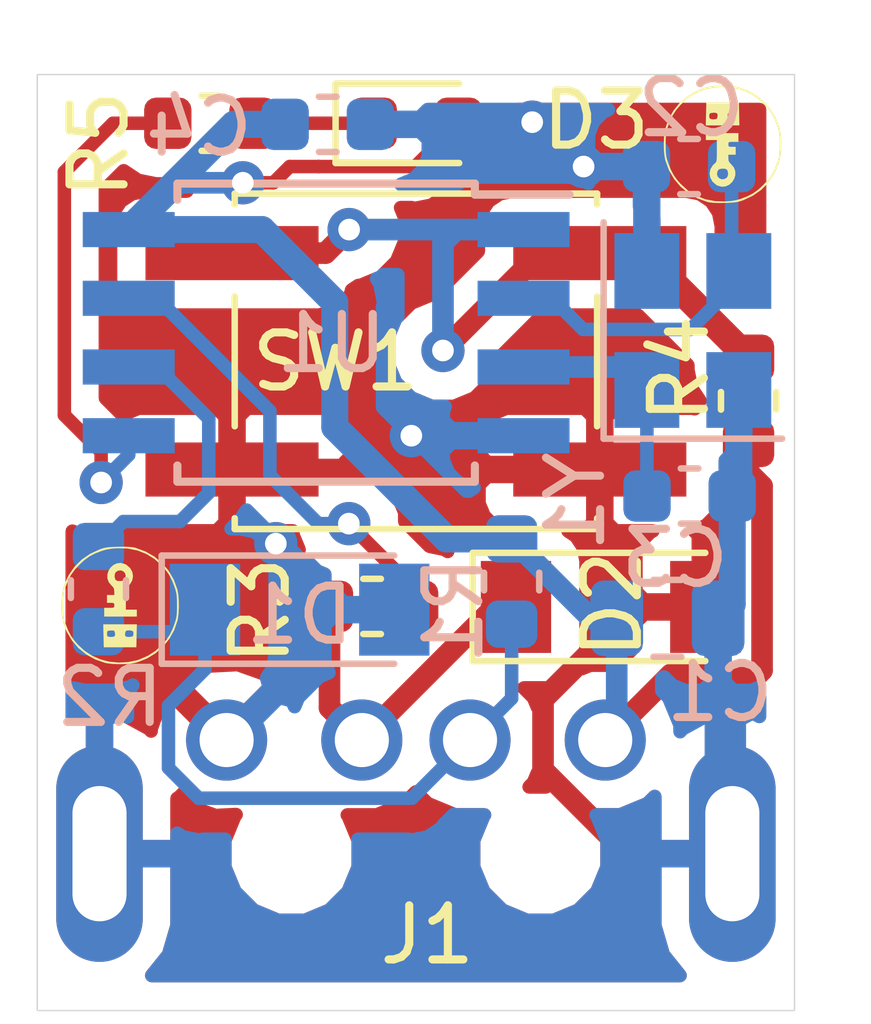
<source format=kicad_pcb>
(kicad_pcb (version 20171130) (host pcbnew 5.0.2-bee76a0~70~ubuntu18.04.1)

  (general
    (thickness 1.6)
    (drawings 4)
    (tracks 116)
    (zones 0)
    (modules 18)
    (nets 12)
  )

  (page A4)
  (layers
    (0 F.Cu signal)
    (31 B.Cu signal)
    (32 B.Adhes user)
    (33 F.Adhes user)
    (34 B.Paste user)
    (35 F.Paste user)
    (36 B.SilkS user)
    (37 F.SilkS user)
    (38 B.Mask user)
    (39 F.Mask user)
    (40 Dwgs.User user)
    (41 Cmts.User user)
    (42 Eco1.User user)
    (43 Eco2.User user)
    (44 Edge.Cuts user)
    (45 Margin user)
    (46 B.CrtYd user)
    (47 F.CrtYd user)
    (48 B.Fab user)
    (49 F.Fab user)
  )

  (setup
    (last_trace_width 0.25)
    (user_trace_width 0.25)
    (user_trace_width 0.4)
    (user_trace_width 0.5)
    (trace_clearance 0.2)
    (zone_clearance 0.508)
    (zone_45_only no)
    (trace_min 0.2)
    (segment_width 0.2)
    (edge_width 0.0254)
    (via_size 0.8)
    (via_drill 0.4)
    (via_min_size 0.4)
    (via_min_drill 0.3)
    (uvia_size 0.3)
    (uvia_drill 0.1)
    (uvias_allowed no)
    (uvia_min_size 0.2)
    (uvia_min_drill 0.1)
    (pcb_text_width 0.3)
    (pcb_text_size 1.5 1.5)
    (mod_edge_width 0.15)
    (mod_text_size 1 1)
    (mod_text_width 0.15)
    (pad_size 4 3)
    (pad_drill 0)
    (pad_to_mask_clearance 0)
    (solder_mask_min_width 0.25)
    (aux_axis_origin 0 0)
    (visible_elements FFFFFFFF)
    (pcbplotparams
      (layerselection 0x010fc_ffffffff)
      (usegerberextensions false)
      (usegerberattributes false)
      (usegerberadvancedattributes false)
      (creategerberjobfile false)
      (excludeedgelayer true)
      (linewidth 0.100000)
      (plotframeref false)
      (viasonmask false)
      (mode 1)
      (useauxorigin false)
      (hpglpennumber 1)
      (hpglpenspeed 20)
      (hpglpendiameter 15.000000)
      (psnegative false)
      (psa4output false)
      (plotreference true)
      (plotvalue true)
      (plotinvisibletext false)
      (padsonsilk false)
      (subtractmaskfromsilk false)
      (outputformat 1)
      (mirror false)
      (drillshape 1)
      (scaleselection 1)
      (outputdirectory ""))
  )

  (net 0 "")
  (net 1 GND)
  (net 2 VCC)
  (net 3 "Net-(D3-Pad1)")
  (net 4 D+)
  (net 5 D-)
  (net 6 PB1)
  (net 7 PB2)
  (net 8 PB5)
  (net 9 PB0)
  (net 10 XTAL1)
  (net 11 XTAL2)

  (net_class Default "This is the default net class."
    (clearance 0.2)
    (trace_width 0.25)
    (via_dia 0.8)
    (via_drill 0.4)
    (uvia_dia 0.3)
    (uvia_drill 0.1)
    (add_net D+)
    (add_net D-)
    (add_net "Net-(D3-Pad1)")
    (add_net PB0)
    (add_net PB1)
    (add_net PB2)
    (add_net PB5)
    (add_net XTAL1)
    (add_net XTAL2)
  )

  (net_class n1 ""
    (clearance 0.2)
    (trace_width 0.4)
    (via_dia 0.8)
    (via_drill 0.4)
    (uvia_dia 0.3)
    (uvia_drill 0.1)
    (add_net GND)
    (add_net VCC)
  )

  (module Capacitor_SMD:C_0805_2012Metric (layer B.Cu) (tedit 5B36C52B) (tstamp 5E401920)
    (at 134.65 122.75)
    (descr "Capacitor SMD 0805 (2012 Metric), square (rectangular) end terminal, IPC_7351 nominal, (Body size source: https://docs.google.com/spreadsheets/d/1BsfQQcO9C6DZCsRaXUlFlo91Tg2WpOkGARC1WS5S8t0/edit?usp=sharing), generated with kicad-footprint-generator")
    (tags capacitor)
    (path /5AED2C06)
    (attr smd)
    (fp_text reference C1 (at 0.97 1.37 180) (layer B.SilkS)
      (effects (font (size 1 1) (thickness 0.15)) (justify mirror))
    )
    (fp_text value 4u7 (at 0 -1.65) (layer B.Fab)
      (effects (font (size 1 1) (thickness 0.15)) (justify mirror))
    )
    (fp_line (start -1 -0.6) (end -1 0.6) (layer B.Fab) (width 0.1))
    (fp_line (start -1 0.6) (end 1 0.6) (layer B.Fab) (width 0.1))
    (fp_line (start 1 0.6) (end 1 -0.6) (layer B.Fab) (width 0.1))
    (fp_line (start 1 -0.6) (end -1 -0.6) (layer B.Fab) (width 0.1))
    (fp_line (start -0.258578 0.71) (end 0.258578 0.71) (layer B.SilkS) (width 0.12))
    (fp_line (start -0.258578 -0.71) (end 0.258578 -0.71) (layer B.SilkS) (width 0.12))
    (fp_line (start -1.68 -0.95) (end -1.68 0.95) (layer B.CrtYd) (width 0.05))
    (fp_line (start -1.68 0.95) (end 1.68 0.95) (layer B.CrtYd) (width 0.05))
    (fp_line (start 1.68 0.95) (end 1.68 -0.95) (layer B.CrtYd) (width 0.05))
    (fp_line (start 1.68 -0.95) (end -1.68 -0.95) (layer B.CrtYd) (width 0.05))
    (fp_text user %R (at 0 0) (layer B.Fab)
      (effects (font (size 0.5 0.5) (thickness 0.08)) (justify mirror))
    )
    (pad 1 smd roundrect (at -0.9375 0) (size 0.975 1.4) (layers B.Cu B.Paste B.Mask) (roundrect_rratio 0.25)
      (net 2 VCC))
    (pad 2 smd roundrect (at 0.9375 0) (size 0.975 1.4) (layers B.Cu B.Paste B.Mask) (roundrect_rratio 0.25)
      (net 1 GND))
    (model ${KISYS3DMOD}/Capacitor_SMD.3dshapes/C_0805_2012Metric.wrl
      (at (xyz 0 0 0))
      (scale (xyz 1 1 1))
      (rotate (xyz 0 0 0))
    )
  )

  (module Capacitor_SMD:C_0603_1608Metric (layer B.Cu) (tedit 5B301BBE) (tstamp 5E333A41)
    (at 135.05 114.4)
    (descr "Capacitor SMD 0603 (1608 Metric), square (rectangular) end terminal, IPC_7351 nominal, (Body size source: http://www.tortai-tech.com/upload/download/2011102023233369053.pdf), generated with kicad-footprint-generator")
    (tags capacitor)
    (path /5AECA262)
    (attr smd)
    (fp_text reference C2 (at 0.04 -1.09 180) (layer B.SilkS)
      (effects (font (size 1 1) (thickness 0.15)) (justify mirror))
    )
    (fp_text value 18pF (at 0 -1.43) (layer B.Fab)
      (effects (font (size 1 1) (thickness 0.15)) (justify mirror))
    )
    (fp_text user %R (at 0 0) (layer B.Fab)
      (effects (font (size 0.4 0.4) (thickness 0.06)) (justify mirror))
    )
    (fp_line (start 1.48 -0.73) (end -1.48 -0.73) (layer B.CrtYd) (width 0.05))
    (fp_line (start 1.48 0.73) (end 1.48 -0.73) (layer B.CrtYd) (width 0.05))
    (fp_line (start -1.48 0.73) (end 1.48 0.73) (layer B.CrtYd) (width 0.05))
    (fp_line (start -1.48 -0.73) (end -1.48 0.73) (layer B.CrtYd) (width 0.05))
    (fp_line (start -0.162779 -0.51) (end 0.162779 -0.51) (layer B.SilkS) (width 0.12))
    (fp_line (start -0.162779 0.51) (end 0.162779 0.51) (layer B.SilkS) (width 0.12))
    (fp_line (start 0.8 -0.4) (end -0.8 -0.4) (layer B.Fab) (width 0.1))
    (fp_line (start 0.8 0.4) (end 0.8 -0.4) (layer B.Fab) (width 0.1))
    (fp_line (start -0.8 0.4) (end 0.8 0.4) (layer B.Fab) (width 0.1))
    (fp_line (start -0.8 -0.4) (end -0.8 0.4) (layer B.Fab) (width 0.1))
    (pad 2 smd roundrect (at 0.7875 0) (size 0.875 0.95) (layers B.Cu B.Paste B.Mask) (roundrect_rratio 0.25)
      (net 10 XTAL1))
    (pad 1 smd roundrect (at -0.7875 0) (size 0.875 0.95) (layers B.Cu B.Paste B.Mask) (roundrect_rratio 0.25)
      (net 1 GND))
    (model ${KISYS3DMOD}/Capacitor_SMD.3dshapes/C_0603_1608Metric.wrl
      (at (xyz 0 0 0))
      (scale (xyz 1 1 1))
      (rotate (xyz 0 0 0))
    )
  )

  (module Capacitor_SMD:C_0603_1608Metric (layer B.Cu) (tedit 5B301BBE) (tstamp 5E333A52)
    (at 135.06 120.49 180)
    (descr "Capacitor SMD 0603 (1608 Metric), square (rectangular) end terminal, IPC_7351 nominal, (Body size source: http://www.tortai-tech.com/upload/download/2011102023233369053.pdf), generated with kicad-footprint-generator")
    (tags capacitor)
    (path /5AECA1C1)
    (attr smd)
    (fp_text reference C3 (at 0.27 -1.15 180) (layer B.SilkS)
      (effects (font (size 1 1) (thickness 0.15)) (justify mirror))
    )
    (fp_text value 18pF (at 0 -1.43 180) (layer B.Fab)
      (effects (font (size 1 1) (thickness 0.15)) (justify mirror))
    )
    (fp_line (start -0.8 -0.4) (end -0.8 0.4) (layer B.Fab) (width 0.1))
    (fp_line (start -0.8 0.4) (end 0.8 0.4) (layer B.Fab) (width 0.1))
    (fp_line (start 0.8 0.4) (end 0.8 -0.4) (layer B.Fab) (width 0.1))
    (fp_line (start 0.8 -0.4) (end -0.8 -0.4) (layer B.Fab) (width 0.1))
    (fp_line (start -0.162779 0.51) (end 0.162779 0.51) (layer B.SilkS) (width 0.12))
    (fp_line (start -0.162779 -0.51) (end 0.162779 -0.51) (layer B.SilkS) (width 0.12))
    (fp_line (start -1.48 -0.73) (end -1.48 0.73) (layer B.CrtYd) (width 0.05))
    (fp_line (start -1.48 0.73) (end 1.48 0.73) (layer B.CrtYd) (width 0.05))
    (fp_line (start 1.48 0.73) (end 1.48 -0.73) (layer B.CrtYd) (width 0.05))
    (fp_line (start 1.48 -0.73) (end -1.48 -0.73) (layer B.CrtYd) (width 0.05))
    (fp_text user %R (at 0 0 180) (layer B.Fab)
      (effects (font (size 0.4 0.4) (thickness 0.06)) (justify mirror))
    )
    (pad 1 smd roundrect (at -0.7875 0 180) (size 0.875 0.95) (layers B.Cu B.Paste B.Mask) (roundrect_rratio 0.25)
      (net 1 GND))
    (pad 2 smd roundrect (at 0.7875 0 180) (size 0.875 0.95) (layers B.Cu B.Paste B.Mask) (roundrect_rratio 0.25)
      (net 11 XTAL2))
    (model ${KISYS3DMOD}/Capacitor_SMD.3dshapes/C_0603_1608Metric.wrl
      (at (xyz 0 0 0))
      (scale (xyz 1 1 1))
      (rotate (xyz 0 0 0))
    )
  )

  (module Capacitor_SMD:C_0603_1608Metric (layer B.Cu) (tedit 5B301BBE) (tstamp 5E333A63)
    (at 128.37 113.62)
    (descr "Capacitor SMD 0603 (1608 Metric), square (rectangular) end terminal, IPC_7351 nominal, (Body size source: http://www.tortai-tech.com/upload/download/2011102023233369053.pdf), generated with kicad-footprint-generator")
    (tags capacitor)
    (path /5AECA82D)
    (attr smd)
    (fp_text reference C4 (at -2.38 0.05 180) (layer B.SilkS)
      (effects (font (size 1 1) (thickness 0.15)) (justify mirror))
    )
    (fp_text value 100n (at 0 -1.43) (layer B.Fab)
      (effects (font (size 1 1) (thickness 0.15)) (justify mirror))
    )
    (fp_line (start -0.8 -0.4) (end -0.8 0.4) (layer B.Fab) (width 0.1))
    (fp_line (start -0.8 0.4) (end 0.8 0.4) (layer B.Fab) (width 0.1))
    (fp_line (start 0.8 0.4) (end 0.8 -0.4) (layer B.Fab) (width 0.1))
    (fp_line (start 0.8 -0.4) (end -0.8 -0.4) (layer B.Fab) (width 0.1))
    (fp_line (start -0.162779 0.51) (end 0.162779 0.51) (layer B.SilkS) (width 0.12))
    (fp_line (start -0.162779 -0.51) (end 0.162779 -0.51) (layer B.SilkS) (width 0.12))
    (fp_line (start -1.48 -0.73) (end -1.48 0.73) (layer B.CrtYd) (width 0.05))
    (fp_line (start -1.48 0.73) (end 1.48 0.73) (layer B.CrtYd) (width 0.05))
    (fp_line (start 1.48 0.73) (end 1.48 -0.73) (layer B.CrtYd) (width 0.05))
    (fp_line (start 1.48 -0.73) (end -1.48 -0.73) (layer B.CrtYd) (width 0.05))
    (fp_text user %R (at 0 0) (layer B.Fab)
      (effects (font (size 0.4 0.4) (thickness 0.06)) (justify mirror))
    )
    (pad 1 smd roundrect (at -0.7875 0) (size 0.875 0.95) (layers B.Cu B.Paste B.Mask) (roundrect_rratio 0.25)
      (net 2 VCC))
    (pad 2 smd roundrect (at 0.7875 0) (size 0.875 0.95) (layers B.Cu B.Paste B.Mask) (roundrect_rratio 0.25)
      (net 1 GND))
    (model ${KISYS3DMOD}/Capacitor_SMD.3dshapes/C_0603_1608Metric.wrl
      (at (xyz 0 0 0))
      (scale (xyz 1 1 1))
      (rotate (xyz 0 0 0))
    )
  )

  (module Diode_SMD:D_MiniMELF (layer B.Cu) (tedit 5905D8F5) (tstamp 5E333A7C)
    (at 127.85 122.59)
    (descr "Diode Mini-MELF")
    (tags "Diode Mini-MELF")
    (path /5E36119A)
    (attr smd)
    (fp_text reference D1 (at 0 0.1) (layer B.SilkS)
      (effects (font (size 1 1) (thickness 0.15)) (justify mirror))
    )
    (fp_text value Z3,6V (at 0 -1.75) (layer B.Fab)
      (effects (font (size 1 1) (thickness 0.15)) (justify mirror))
    )
    (fp_line (start -2.65 -1.1) (end -2.65 1.1) (layer B.CrtYd) (width 0.05))
    (fp_line (start 2.65 -1.1) (end -2.65 -1.1) (layer B.CrtYd) (width 0.05))
    (fp_line (start 2.65 1.1) (end 2.65 -1.1) (layer B.CrtYd) (width 0.05))
    (fp_line (start -2.65 1.1) (end 2.65 1.1) (layer B.CrtYd) (width 0.05))
    (fp_line (start -0.75 0) (end -0.35 0) (layer B.Fab) (width 0.1))
    (fp_line (start -0.35 0) (end -0.35 0.55) (layer B.Fab) (width 0.1))
    (fp_line (start -0.35 0) (end -0.35 -0.55) (layer B.Fab) (width 0.1))
    (fp_line (start -0.35 0) (end 0.25 0.4) (layer B.Fab) (width 0.1))
    (fp_line (start 0.25 0.4) (end 0.25 -0.4) (layer B.Fab) (width 0.1))
    (fp_line (start 0.25 -0.4) (end -0.35 0) (layer B.Fab) (width 0.1))
    (fp_line (start 0.25 0) (end 0.75 0) (layer B.Fab) (width 0.1))
    (fp_line (start -1.65 0.8) (end 1.65 0.8) (layer B.Fab) (width 0.1))
    (fp_line (start -1.65 -0.8) (end -1.65 0.8) (layer B.Fab) (width 0.1))
    (fp_line (start 1.65 -0.8) (end -1.65 -0.8) (layer B.Fab) (width 0.1))
    (fp_line (start 1.65 0.8) (end 1.65 -0.8) (layer B.Fab) (width 0.1))
    (fp_line (start -2.55 -1) (end 1.75 -1) (layer B.SilkS) (width 0.12))
    (fp_line (start -2.55 1) (end -2.55 -1) (layer B.SilkS) (width 0.12))
    (fp_line (start 1.75 1) (end -2.55 1) (layer B.SilkS) (width 0.12))
    (fp_text user %R (at 0 2) (layer B.Fab)
      (effects (font (size 1 1) (thickness 0.15)) (justify mirror))
    )
    (pad 2 smd rect (at 1.75 0) (size 1.3 1.7) (layers B.Cu B.Paste B.Mask)
      (net 1 GND))
    (pad 1 smd rect (at -1.75 0) (size 1.3 1.7) (layers B.Cu B.Paste B.Mask)
      (net 5 D-))
    (model ${KISYS3DMOD}/Diode_SMD.3dshapes/D_MiniMELF.wrl
      (at (xyz 0 0 0))
      (scale (xyz 1 1 1))
      (rotate (xyz 0 0 0))
    )
  )

  (module Diode_SMD:D_MiniMELF (layer F.Cu) (tedit 5905D8F5) (tstamp 5E400B01)
    (at 133.6 122.54)
    (descr "Diode Mini-MELF")
    (tags "Diode Mini-MELF")
    (path /5E35B245)
    (attr smd)
    (fp_text reference D2 (at 0.03 -0.05 90) (layer F.SilkS)
      (effects (font (size 1 1) (thickness 0.15)))
    )
    (fp_text value Z3,6V (at 0 1.75) (layer F.Fab)
      (effects (font (size 1 1) (thickness 0.15)))
    )
    (fp_text user %R (at 0 -2) (layer F.Fab)
      (effects (font (size 1 1) (thickness 0.15)))
    )
    (fp_line (start 1.75 -1) (end -2.55 -1) (layer F.SilkS) (width 0.12))
    (fp_line (start -2.55 -1) (end -2.55 1) (layer F.SilkS) (width 0.12))
    (fp_line (start -2.55 1) (end 1.75 1) (layer F.SilkS) (width 0.12))
    (fp_line (start 1.65 -0.8) (end 1.65 0.8) (layer F.Fab) (width 0.1))
    (fp_line (start 1.65 0.8) (end -1.65 0.8) (layer F.Fab) (width 0.1))
    (fp_line (start -1.65 0.8) (end -1.65 -0.8) (layer F.Fab) (width 0.1))
    (fp_line (start -1.65 -0.8) (end 1.65 -0.8) (layer F.Fab) (width 0.1))
    (fp_line (start 0.25 0) (end 0.75 0) (layer F.Fab) (width 0.1))
    (fp_line (start 0.25 0.4) (end -0.35 0) (layer F.Fab) (width 0.1))
    (fp_line (start 0.25 -0.4) (end 0.25 0.4) (layer F.Fab) (width 0.1))
    (fp_line (start -0.35 0) (end 0.25 -0.4) (layer F.Fab) (width 0.1))
    (fp_line (start -0.35 0) (end -0.35 0.55) (layer F.Fab) (width 0.1))
    (fp_line (start -0.35 0) (end -0.35 -0.55) (layer F.Fab) (width 0.1))
    (fp_line (start -0.75 0) (end -0.35 0) (layer F.Fab) (width 0.1))
    (fp_line (start -2.65 -1.1) (end 2.65 -1.1) (layer F.CrtYd) (width 0.05))
    (fp_line (start 2.65 -1.1) (end 2.65 1.1) (layer F.CrtYd) (width 0.05))
    (fp_line (start 2.65 1.1) (end -2.65 1.1) (layer F.CrtYd) (width 0.05))
    (fp_line (start -2.65 1.1) (end -2.65 -1.1) (layer F.CrtYd) (width 0.05))
    (pad 1 smd rect (at -1.75 0) (size 1.3 1.7) (layers F.Cu F.Paste F.Mask)
      (net 4 D+))
    (pad 2 smd rect (at 1.75 0) (size 1.3 1.7) (layers F.Cu F.Paste F.Mask)
      (net 1 GND))
    (model ${KISYS3DMOD}/Diode_SMD.3dshapes/D_MiniMELF.wrl
      (at (xyz 0 0 0))
      (scale (xyz 1 1 1))
      (rotate (xyz 0 0 0))
    )
  )

  (module LED_SMD:LED_0603_1608Metric (layer F.Cu) (tedit 5B301BBE) (tstamp 5E402169)
    (at 130 113.6)
    (descr "LED SMD 0603 (1608 Metric), square (rectangular) end terminal, IPC_7351 nominal, (Body size source: http://www.tortai-tech.com/upload/download/2011102023233369053.pdf), generated with kicad-footprint-generator")
    (tags diode)
    (path /5AECD2DE)
    (attr smd)
    (fp_text reference D3 (at 3.33 -0.06) (layer F.SilkS)
      (effects (font (size 1 1) (thickness 0.15)))
    )
    (fp_text value "User LED" (at 0 1.43) (layer F.Fab)
      (effects (font (size 1 1) (thickness 0.15)))
    )
    (fp_line (start 0.8 -0.4) (end -0.5 -0.4) (layer F.Fab) (width 0.1))
    (fp_line (start -0.5 -0.4) (end -0.8 -0.1) (layer F.Fab) (width 0.1))
    (fp_line (start -0.8 -0.1) (end -0.8 0.4) (layer F.Fab) (width 0.1))
    (fp_line (start -0.8 0.4) (end 0.8 0.4) (layer F.Fab) (width 0.1))
    (fp_line (start 0.8 0.4) (end 0.8 -0.4) (layer F.Fab) (width 0.1))
    (fp_line (start 0.8 -0.735) (end -1.485 -0.735) (layer F.SilkS) (width 0.12))
    (fp_line (start -1.485 -0.735) (end -1.485 0.735) (layer F.SilkS) (width 0.12))
    (fp_line (start -1.485 0.735) (end 0.8 0.735) (layer F.SilkS) (width 0.12))
    (fp_line (start -1.48 0.73) (end -1.48 -0.73) (layer F.CrtYd) (width 0.05))
    (fp_line (start -1.48 -0.73) (end 1.48 -0.73) (layer F.CrtYd) (width 0.05))
    (fp_line (start 1.48 -0.73) (end 1.48 0.73) (layer F.CrtYd) (width 0.05))
    (fp_line (start 1.48 0.73) (end -1.48 0.73) (layer F.CrtYd) (width 0.05))
    (fp_text user %R (at 0 0) (layer F.Fab)
      (effects (font (size 0.4 0.4) (thickness 0.06)))
    )
    (pad 1 smd roundrect (at -0.7875 0) (size 0.875 0.95) (layers F.Cu F.Paste F.Mask) (roundrect_rratio 0.25)
      (net 3 "Net-(D3-Pad1)"))
    (pad 2 smd roundrect (at 0.7875 0) (size 0.875 0.95) (layers F.Cu F.Paste F.Mask) (roundrect_rratio 0.25)
      (net 2 VCC))
    (model ${KISYS3DMOD}/LED_SMD.3dshapes/LED_0603_1608Metric.wrl
      (at (xyz 0 0 0))
      (scale (xyz 1 1 1))
      (rotate (xyz 0 0 0))
    )
  )

  (module snopf_footprints:USB_plug_UP2-AH locked (layer F.Cu) (tedit 5E3321B9) (tstamp 5E333AB8)
    (at 130 130)
    (path /5AECF90D)
    (fp_text reference J1 (at 0.21 -1.4) (layer F.SilkS)
      (effects (font (size 1 1) (thickness 0.15)))
    )
    (fp_text value USB_A (at 0.02032 -2.13868) (layer F.Fab)
      (effects (font (size 1 1) (thickness 0.15)))
    )
    (fp_line (start -7 0) (end -7 -6) (layer F.CrtYd) (width 0.15))
    (fp_line (start -7 -6) (end 7 -6) (layer F.CrtYd) (width 0.15))
    (fp_line (start 7 0) (end 7 -6) (layer F.CrtYd) (width 0.15))
    (fp_line (start -7 0) (end 7 0) (layer F.CrtYd) (width 0.15))
    (pad 5 thru_hole oval (at -5.85 -2.9) (size 1.6 4) (drill oval 1 2.5) (layers *.Cu *.Mask)
      (net 1 GND))
    (pad "" np_thru_hole circle (at -2.3 -2.9) (size 1.2 1.2) (drill 1.2) (layers *.Cu *.Mask))
    (pad 4 thru_hole circle (at -3.5 -5) (size 1.5 1.5) (drill 1) (layers *.Cu *.Mask)
      (net 1 GND))
    (pad 3 thru_hole circle (at -1 -5) (size 1.5 1.5) (drill 1) (layers *.Cu *.Mask)
      (net 4 D+))
    (pad 2 thru_hole circle (at 1 -5) (size 1.5 1.5) (drill 1) (layers *.Cu *.Mask)
      (net 5 D-))
    (pad 1 thru_hole circle (at 3.5 -5) (size 1.5 1.5) (drill 1) (layers *.Cu *.Mask)
      (net 2 VCC))
    (pad "" np_thru_hole circle (at 2.3 -2.9) (size 1.2 1.2) (drill 1.2) (layers *.Cu *.Mask))
    (pad 5 thru_hole oval (at 5.85 -2.9) (size 1.6 4) (drill oval 1 2.5) (layers *.Cu *.Mask)
      (net 1 GND))
  )

  (module Resistor_SMD:R_0603_1608Metric (layer B.Cu) (tedit 5B301BBD) (tstamp 5E400D4C)
    (at 131.77 122.07 270)
    (descr "Resistor SMD 0603 (1608 Metric), square (rectangular) end terminal, IPC_7351 nominal, (Body size source: http://www.tortai-tech.com/upload/download/2011102023233369053.pdf), generated with kicad-footprint-generator")
    (tags resistor)
    (path /5E364719)
    (attr smd)
    (fp_text reference R1 (at 0.53 1.07 270) (layer B.SilkS)
      (effects (font (size 1 1) (thickness 0.15)) (justify mirror))
    )
    (fp_text value 1k5 (at 0 -1.43 270) (layer B.Fab)
      (effects (font (size 1 1) (thickness 0.15)) (justify mirror))
    )
    (fp_line (start -0.8 -0.4) (end -0.8 0.4) (layer B.Fab) (width 0.1))
    (fp_line (start -0.8 0.4) (end 0.8 0.4) (layer B.Fab) (width 0.1))
    (fp_line (start 0.8 0.4) (end 0.8 -0.4) (layer B.Fab) (width 0.1))
    (fp_line (start 0.8 -0.4) (end -0.8 -0.4) (layer B.Fab) (width 0.1))
    (fp_line (start -0.162779 0.51) (end 0.162779 0.51) (layer B.SilkS) (width 0.12))
    (fp_line (start -0.162779 -0.51) (end 0.162779 -0.51) (layer B.SilkS) (width 0.12))
    (fp_line (start -1.48 -0.73) (end -1.48 0.73) (layer B.CrtYd) (width 0.05))
    (fp_line (start -1.48 0.73) (end 1.48 0.73) (layer B.CrtYd) (width 0.05))
    (fp_line (start 1.48 0.73) (end 1.48 -0.73) (layer B.CrtYd) (width 0.05))
    (fp_line (start 1.48 -0.73) (end -1.48 -0.73) (layer B.CrtYd) (width 0.05))
    (fp_text user %R (at 0 0 270) (layer B.Fab)
      (effects (font (size 0.4 0.4) (thickness 0.06)) (justify mirror))
    )
    (pad 1 smd roundrect (at -0.7875 0 270) (size 0.875 0.95) (layers B.Cu B.Paste B.Mask) (roundrect_rratio 0.25)
      (net 2 VCC))
    (pad 2 smd roundrect (at 0.7875 0 270) (size 0.875 0.95) (layers B.Cu B.Paste B.Mask) (roundrect_rratio 0.25)
      (net 5 D-))
    (model ${KISYS3DMOD}/Resistor_SMD.3dshapes/R_0603_1608Metric.wrl
      (at (xyz 0 0 0))
      (scale (xyz 1 1 1))
      (rotate (xyz 0 0 0))
    )
  )

  (module Resistor_SMD:R_0603_1608Metric (layer B.Cu) (tedit 5B301BBD) (tstamp 5E40BC6B)
    (at 124.13 122.21 270)
    (descr "Resistor SMD 0603 (1608 Metric), square (rectangular) end terminal, IPC_7351 nominal, (Body size source: http://www.tortai-tech.com/upload/download/2011102023233369053.pdf), generated with kicad-footprint-generator")
    (tags resistor)
    (path /5E362286)
    (attr smd)
    (fp_text reference R2 (at 2 -0.21) (layer B.SilkS)
      (effects (font (size 1 1) (thickness 0.15)) (justify mirror))
    )
    (fp_text value 68R (at 0 -1.43 270) (layer B.Fab)
      (effects (font (size 1 1) (thickness 0.15)) (justify mirror))
    )
    (fp_text user %R (at 0 0 270) (layer B.Fab)
      (effects (font (size 0.4 0.4) (thickness 0.06)) (justify mirror))
    )
    (fp_line (start 1.48 -0.73) (end -1.48 -0.73) (layer B.CrtYd) (width 0.05))
    (fp_line (start 1.48 0.73) (end 1.48 -0.73) (layer B.CrtYd) (width 0.05))
    (fp_line (start -1.48 0.73) (end 1.48 0.73) (layer B.CrtYd) (width 0.05))
    (fp_line (start -1.48 -0.73) (end -1.48 0.73) (layer B.CrtYd) (width 0.05))
    (fp_line (start -0.162779 -0.51) (end 0.162779 -0.51) (layer B.SilkS) (width 0.12))
    (fp_line (start -0.162779 0.51) (end 0.162779 0.51) (layer B.SilkS) (width 0.12))
    (fp_line (start 0.8 -0.4) (end -0.8 -0.4) (layer B.Fab) (width 0.1))
    (fp_line (start 0.8 0.4) (end 0.8 -0.4) (layer B.Fab) (width 0.1))
    (fp_line (start -0.8 0.4) (end 0.8 0.4) (layer B.Fab) (width 0.1))
    (fp_line (start -0.8 -0.4) (end -0.8 0.4) (layer B.Fab) (width 0.1))
    (pad 2 smd roundrect (at 0.7875 0 270) (size 0.875 0.95) (layers B.Cu B.Paste B.Mask) (roundrect_rratio 0.25)
      (net 5 D-))
    (pad 1 smd roundrect (at -0.7875 0 270) (size 0.875 0.95) (layers B.Cu B.Paste B.Mask) (roundrect_rratio 0.25)
      (net 6 PB1))
    (model ${KISYS3DMOD}/Resistor_SMD.3dshapes/R_0603_1608Metric.wrl
      (at (xyz 0 0 0))
      (scale (xyz 1 1 1))
      (rotate (xyz 0 0 0))
    )
  )

  (module Resistor_SMD:R_0603_1608Metric (layer F.Cu) (tedit 5B301BBD) (tstamp 5E333AEB)
    (at 129.19 122.53 180)
    (descr "Resistor SMD 0603 (1608 Metric), square (rectangular) end terminal, IPC_7351 nominal, (Body size source: http://www.tortai-tech.com/upload/download/2011102023233369053.pdf), generated with kicad-footprint-generator")
    (tags resistor)
    (path /5E35E04C)
    (attr smd)
    (fp_text reference R3 (at 2.07 -0.08 270) (layer F.SilkS)
      (effects (font (size 1 1) (thickness 0.15)))
    )
    (fp_text value 68R (at 0 1.43 180) (layer F.Fab)
      (effects (font (size 1 1) (thickness 0.15)))
    )
    (fp_line (start -0.8 0.4) (end -0.8 -0.4) (layer F.Fab) (width 0.1))
    (fp_line (start -0.8 -0.4) (end 0.8 -0.4) (layer F.Fab) (width 0.1))
    (fp_line (start 0.8 -0.4) (end 0.8 0.4) (layer F.Fab) (width 0.1))
    (fp_line (start 0.8 0.4) (end -0.8 0.4) (layer F.Fab) (width 0.1))
    (fp_line (start -0.162779 -0.51) (end 0.162779 -0.51) (layer F.SilkS) (width 0.12))
    (fp_line (start -0.162779 0.51) (end 0.162779 0.51) (layer F.SilkS) (width 0.12))
    (fp_line (start -1.48 0.73) (end -1.48 -0.73) (layer F.CrtYd) (width 0.05))
    (fp_line (start -1.48 -0.73) (end 1.48 -0.73) (layer F.CrtYd) (width 0.05))
    (fp_line (start 1.48 -0.73) (end 1.48 0.73) (layer F.CrtYd) (width 0.05))
    (fp_line (start 1.48 0.73) (end -1.48 0.73) (layer F.CrtYd) (width 0.05))
    (fp_text user %R (at 0 0 180) (layer F.Fab)
      (effects (font (size 0.4 0.4) (thickness 0.06)))
    )
    (pad 1 smd roundrect (at -0.7875 0 180) (size 0.875 0.95) (layers F.Cu F.Paste F.Mask) (roundrect_rratio 0.25)
      (net 7 PB2))
    (pad 2 smd roundrect (at 0.7875 0 180) (size 0.875 0.95) (layers F.Cu F.Paste F.Mask) (roundrect_rratio 0.25)
      (net 4 D+))
    (model ${KISYS3DMOD}/Resistor_SMD.3dshapes/R_0603_1608Metric.wrl
      (at (xyz 0 0 0))
      (scale (xyz 1 1 1))
      (rotate (xyz 0 0 0))
    )
  )

  (module Resistor_SMD:R_0603_1608Metric (layer F.Cu) (tedit 5B301BBD) (tstamp 5E401020)
    (at 136.15 118.73 90)
    (descr "Resistor SMD 0603 (1608 Metric), square (rectangular) end terminal, IPC_7351 nominal, (Body size source: http://www.tortai-tech.com/upload/download/2011102023233369053.pdf), generated with kicad-footprint-generator")
    (tags resistor)
    (path /5AEC9BE3)
    (attr smd)
    (fp_text reference R4 (at 0.59 -1.28 90) (layer F.SilkS)
      (effects (font (size 1 1) (thickness 0.15)))
    )
    (fp_text value 10k (at 0 1.43 90) (layer F.Fab)
      (effects (font (size 1 1) (thickness 0.15)))
    )
    (fp_text user %R (at 0 0 90) (layer F.Fab)
      (effects (font (size 0.4 0.4) (thickness 0.06)))
    )
    (fp_line (start 1.48 0.73) (end -1.48 0.73) (layer F.CrtYd) (width 0.05))
    (fp_line (start 1.48 -0.73) (end 1.48 0.73) (layer F.CrtYd) (width 0.05))
    (fp_line (start -1.48 -0.73) (end 1.48 -0.73) (layer F.CrtYd) (width 0.05))
    (fp_line (start -1.48 0.73) (end -1.48 -0.73) (layer F.CrtYd) (width 0.05))
    (fp_line (start -0.162779 0.51) (end 0.162779 0.51) (layer F.SilkS) (width 0.12))
    (fp_line (start -0.162779 -0.51) (end 0.162779 -0.51) (layer F.SilkS) (width 0.12))
    (fp_line (start 0.8 0.4) (end -0.8 0.4) (layer F.Fab) (width 0.1))
    (fp_line (start 0.8 -0.4) (end 0.8 0.4) (layer F.Fab) (width 0.1))
    (fp_line (start -0.8 -0.4) (end 0.8 -0.4) (layer F.Fab) (width 0.1))
    (fp_line (start -0.8 0.4) (end -0.8 -0.4) (layer F.Fab) (width 0.1))
    (pad 2 smd roundrect (at 0.7875 0 90) (size 0.875 0.95) (layers F.Cu F.Paste F.Mask) (roundrect_rratio 0.25)
      (net 8 PB5))
    (pad 1 smd roundrect (at -0.7875 0 90) (size 0.875 0.95) (layers F.Cu F.Paste F.Mask) (roundrect_rratio 0.25)
      (net 2 VCC))
    (model ${KISYS3DMOD}/Resistor_SMD.3dshapes/R_0603_1608Metric.wrl
      (at (xyz 0 0 0))
      (scale (xyz 1 1 1))
      (rotate (xyz 0 0 0))
    )
  )

  (module Resistor_SMD:R_0603_1608Metric (layer F.Cu) (tedit 5B301BBD) (tstamp 5E333B0D)
    (at 126.2 113.6 180)
    (descr "Resistor SMD 0603 (1608 Metric), square (rectangular) end terminal, IPC_7351 nominal, (Body size source: http://www.tortai-tech.com/upload/download/2011102023233369053.pdf), generated with kicad-footprint-generator")
    (tags resistor)
    (path /5AECC401)
    (attr smd)
    (fp_text reference R5 (at 2.06 -0.39 270) (layer F.SilkS)
      (effects (font (size 1 1) (thickness 0.15)))
    )
    (fp_text value 220R (at 0 1.43 180) (layer F.Fab)
      (effects (font (size 1 1) (thickness 0.15)))
    )
    (fp_line (start -0.8 0.4) (end -0.8 -0.4) (layer F.Fab) (width 0.1))
    (fp_line (start -0.8 -0.4) (end 0.8 -0.4) (layer F.Fab) (width 0.1))
    (fp_line (start 0.8 -0.4) (end 0.8 0.4) (layer F.Fab) (width 0.1))
    (fp_line (start 0.8 0.4) (end -0.8 0.4) (layer F.Fab) (width 0.1))
    (fp_line (start -0.162779 -0.51) (end 0.162779 -0.51) (layer F.SilkS) (width 0.12))
    (fp_line (start -0.162779 0.51) (end 0.162779 0.51) (layer F.SilkS) (width 0.12))
    (fp_line (start -1.48 0.73) (end -1.48 -0.73) (layer F.CrtYd) (width 0.05))
    (fp_line (start -1.48 -0.73) (end 1.48 -0.73) (layer F.CrtYd) (width 0.05))
    (fp_line (start 1.48 -0.73) (end 1.48 0.73) (layer F.CrtYd) (width 0.05))
    (fp_line (start 1.48 0.73) (end -1.48 0.73) (layer F.CrtYd) (width 0.05))
    (fp_text user %R (at 0 0 180) (layer F.Fab)
      (effects (font (size 0.4 0.4) (thickness 0.06)))
    )
    (pad 1 smd roundrect (at -0.7875 0 180) (size 0.875 0.95) (layers F.Cu F.Paste F.Mask) (roundrect_rratio 0.25)
      (net 3 "Net-(D3-Pad1)"))
    (pad 2 smd roundrect (at 0.7875 0 180) (size 0.875 0.95) (layers F.Cu F.Paste F.Mask) (roundrect_rratio 0.25)
      (net 9 PB0))
    (model ${KISYS3DMOD}/Resistor_SMD.3dshapes/R_0603_1608Metric.wrl
      (at (xyz 0 0 0))
      (scale (xyz 1 1 1))
      (rotate (xyz 0 0 0))
    )
  )

  (module Button_Switch_SMD:SW_SPST_EVQQ2 locked (layer F.Cu) (tedit 5872491A) (tstamp 5E401D31)
    (at 130 118)
    (descr "Light Touch Switch, https://industrial.panasonic.com/cdbs/www-data/pdf/ATK0000/ATK0000CE28.pdf")
    (path /5AECB068)
    (attr smd)
    (fp_text reference SW1 (at -1.49 0.01) (layer F.SilkS)
      (effects (font (size 1 1) (thickness 0.15)))
    )
    (fp_text value "User Button" (at 0 4.25) (layer F.Fab)
      (effects (font (size 1 1) (thickness 0.15)))
    )
    (fp_line (start -3.25 -3) (end 3.25 -3) (layer F.Fab) (width 0.1))
    (fp_line (start 3.25 -3) (end 3.25 3) (layer F.Fab) (width 0.1))
    (fp_line (start 3.25 3) (end -3.25 3) (layer F.Fab) (width 0.1))
    (fp_line (start -3.25 3) (end -3.25 -3) (layer F.Fab) (width 0.1))
    (fp_text user %R (at 0.05 -3.95) (layer F.Fab)
      (effects (font (size 1 1) (thickness 0.15)))
    )
    (fp_line (start -5.25 -3.25) (end 5.25 -3.25) (layer F.CrtYd) (width 0.05))
    (fp_line (start 5.25 -3.25) (end 5.25 3.25) (layer F.CrtYd) (width 0.05))
    (fp_line (start 5.25 3.25) (end -5.25 3.25) (layer F.CrtYd) (width 0.05))
    (fp_line (start -5.25 3.25) (end -5.25 -3.25) (layer F.CrtYd) (width 0.05))
    (fp_line (start 3.35 -3.1) (end 3.35 -2.9) (layer F.SilkS) (width 0.12))
    (fp_line (start 3.35 3.1) (end 3.35 2.9) (layer F.SilkS) (width 0.12))
    (fp_line (start -3.35 3.1) (end -3.35 2.9) (layer F.SilkS) (width 0.12))
    (fp_line (start -3.35 -3.1) (end -3.35 -2.9) (layer F.SilkS) (width 0.12))
    (fp_line (start -3.35 -1.2) (end -3.35 1.2) (layer F.SilkS) (width 0.12))
    (fp_line (start 3.35 -1.2) (end 3.35 1.2) (layer F.SilkS) (width 0.12))
    (fp_line (start 3.35 -3.1) (end -3.35 -3.1) (layer F.SilkS) (width 0.12))
    (fp_line (start -3.35 3.1) (end 3.35 3.1) (layer F.SilkS) (width 0.12))
    (fp_circle (center 0 0) (end 1.9 0) (layer F.Fab) (width 0.1))
    (fp_circle (center 0 0) (end 1.5 0) (layer F.Fab) (width 0.1))
    (pad 1 smd rect (at 3.4 -2) (size 3.2 1) (layers F.Cu F.Paste F.Mask)
      (net 8 PB5))
    (pad 1 smd rect (at -3.4 -2) (size 3.2 1) (layers F.Cu F.Paste F.Mask)
      (net 8 PB5))
    (pad 2 smd rect (at -3.4 2) (size 3.2 1) (layers F.Cu F.Paste F.Mask)
      (net 1 GND))
    (pad 2 smd rect (at 3.4 2) (size 3.2 1) (layers F.Cu F.Paste F.Mask)
      (net 1 GND))
    (model ${KISYS3DMOD}/Button_Switch_SMD.3dshapes/SW_SPST_EVQQ2.wrl
      (at (xyz 0 0 0))
      (scale (xyz 1 1 1))
      (rotate (xyz 0 0 0))
    )
  )

  (module Package_SO:SOIJ-8_5.3x5.3mm_P1.27mm (layer B.Cu) (tedit 5A02F2D3) (tstamp 5E402305)
    (at 128.34 117.47 180)
    (descr "8-Lead Plastic Small Outline (SM) - Medium, 5.28 mm Body [SOIC] (see Microchip Packaging Specification 00000049BS.pdf)")
    (tags "SOIC 1.27")
    (path /5AEC9B56)
    (attr smd)
    (fp_text reference U1 (at -0.1 -0.2 180) (layer B.SilkS)
      (effects (font (size 1 1) (thickness 0.15)) (justify mirror))
    )
    (fp_text value ATTINY85-20SU (at 0 -3.68 180) (layer B.Fab)
      (effects (font (size 1 1) (thickness 0.15)) (justify mirror))
    )
    (fp_text user %R (at 0 0 180) (layer B.Fab)
      (effects (font (size 1 1) (thickness 0.15)) (justify mirror))
    )
    (fp_line (start -1.65 2.65) (end 2.65 2.65) (layer B.Fab) (width 0.15))
    (fp_line (start 2.65 2.65) (end 2.65 -2.65) (layer B.Fab) (width 0.15))
    (fp_line (start 2.65 -2.65) (end -2.65 -2.65) (layer B.Fab) (width 0.15))
    (fp_line (start -2.65 -2.65) (end -2.65 1.65) (layer B.Fab) (width 0.15))
    (fp_line (start -2.65 1.65) (end -1.65 2.65) (layer B.Fab) (width 0.15))
    (fp_line (start -4.75 2.95) (end -4.75 -2.95) (layer B.CrtYd) (width 0.05))
    (fp_line (start 4.75 2.95) (end 4.75 -2.95) (layer B.CrtYd) (width 0.05))
    (fp_line (start -4.75 2.95) (end 4.75 2.95) (layer B.CrtYd) (width 0.05))
    (fp_line (start -4.75 -2.95) (end 4.75 -2.95) (layer B.CrtYd) (width 0.05))
    (fp_line (start -2.75 2.755) (end -2.75 2.55) (layer B.SilkS) (width 0.15))
    (fp_line (start 2.75 2.755) (end 2.75 2.455) (layer B.SilkS) (width 0.15))
    (fp_line (start 2.75 -2.755) (end 2.75 -2.455) (layer B.SilkS) (width 0.15))
    (fp_line (start -2.75 -2.755) (end -2.75 -2.455) (layer B.SilkS) (width 0.15))
    (fp_line (start -2.75 2.755) (end 2.75 2.755) (layer B.SilkS) (width 0.15))
    (fp_line (start -2.75 -2.755) (end 2.75 -2.755) (layer B.SilkS) (width 0.15))
    (fp_line (start -2.75 2.55) (end -4.5 2.55) (layer B.SilkS) (width 0.15))
    (pad 1 smd rect (at -3.65 1.905 180) (size 1.7 0.65) (layers B.Cu B.Paste B.Mask)
      (net 8 PB5))
    (pad 2 smd rect (at -3.65 0.635 180) (size 1.7 0.65) (layers B.Cu B.Paste B.Mask)
      (net 10 XTAL1))
    (pad 3 smd rect (at -3.65 -0.635 180) (size 1.7 0.65) (layers B.Cu B.Paste B.Mask)
      (net 11 XTAL2))
    (pad 4 smd rect (at -3.65 -1.905 180) (size 1.7 0.65) (layers B.Cu B.Paste B.Mask)
      (net 1 GND))
    (pad 5 smd rect (at 3.65 -1.905 180) (size 1.7 0.65) (layers B.Cu B.Paste B.Mask)
      (net 9 PB0))
    (pad 6 smd rect (at 3.65 -0.635 180) (size 1.7 0.65) (layers B.Cu B.Paste B.Mask)
      (net 6 PB1))
    (pad 7 smd rect (at 3.65 0.635 180) (size 1.7 0.65) (layers B.Cu B.Paste B.Mask)
      (net 7 PB2))
    (pad 8 smd rect (at 3.65 1.905 180) (size 1.7 0.65) (layers B.Cu B.Paste B.Mask)
      (net 2 VCC))
    (model ${KISYS3DMOD}/Package_SO.3dshapes/SOIJ-8_5.3x5.3mm_P1.27mm.wrl
      (at (xyz 0 0 0))
      (scale (xyz 1 1 1))
      (rotate (xyz 0 0 0))
    )
  )

  (module Crystal:Crystal_SMD_Abracon_ABM8G-4Pin_3.2x2.5mm (layer B.Cu) (tedit 5A0FD1B2) (tstamp 5E400557)
    (at 135.12 117.43 90)
    (descr "Abracon Miniature Ceramic Smd Crystal ABM8G http://www.abracon.com/Resonators/ABM8G.pdf, 3.2x2.5mm^2 package")
    (tags "SMD SMT crystal")
    (path /5AEE098C)
    (attr smd)
    (fp_text reference Y1 (at -3.16 -2.17 270) (layer B.SilkS)
      (effects (font (size 1 1) (thickness 0.15)) (justify mirror))
    )
    (fp_text value "12 MHz" (at 0 -2.45 90) (layer B.Fab)
      (effects (font (size 1 1) (thickness 0.15)) (justify mirror))
    )
    (fp_text user %R (at 0 0 90) (layer B.Fab)
      (effects (font (size 0.7 0.7) (thickness 0.105)) (justify mirror))
    )
    (fp_line (start -1.4 1.25) (end 1.4 1.25) (layer B.Fab) (width 0.1))
    (fp_line (start 1.4 1.25) (end 1.6 1.05) (layer B.Fab) (width 0.1))
    (fp_line (start 1.6 1.05) (end 1.6 -1.05) (layer B.Fab) (width 0.1))
    (fp_line (start 1.6 -1.05) (end 1.4 -1.25) (layer B.Fab) (width 0.1))
    (fp_line (start 1.4 -1.25) (end -1.4 -1.25) (layer B.Fab) (width 0.1))
    (fp_line (start -1.4 -1.25) (end -1.6 -1.05) (layer B.Fab) (width 0.1))
    (fp_line (start -1.6 -1.05) (end -1.6 1.05) (layer B.Fab) (width 0.1))
    (fp_line (start -1.6 1.05) (end -1.4 1.25) (layer B.Fab) (width 0.1))
    (fp_line (start -1.6 -0.25) (end -0.6 -1.25) (layer B.Fab) (width 0.1))
    (fp_line (start -2 1.65) (end -2 -1.65) (layer B.SilkS) (width 0.12))
    (fp_line (start -2 -1.65) (end 2 -1.65) (layer B.SilkS) (width 0.12))
    (fp_line (start -2.1 1.7) (end -2.1 -1.7) (layer B.CrtYd) (width 0.05))
    (fp_line (start -2.1 -1.7) (end 2.1 -1.7) (layer B.CrtYd) (width 0.05))
    (fp_line (start 2.1 -1.7) (end 2.1 1.7) (layer B.CrtYd) (width 0.05))
    (fp_line (start 2.1 1.7) (end -2.1 1.7) (layer B.CrtYd) (width 0.05))
    (pad 1 smd rect (at -1.1 -0.85 90) (size 1.4 1.2) (layers B.Cu B.Paste B.Mask)
      (net 11 XTAL2))
    (pad 2 smd rect (at 1.1 -0.85 90) (size 1.4 1.2) (layers B.Cu B.Paste B.Mask)
      (net 1 GND))
    (pad 3 smd rect (at 1.1 0.85 90) (size 1.4 1.2) (layers B.Cu B.Paste B.Mask)
      (net 10 XTAL1))
    (pad 4 smd rect (at -1.1 0.85 90) (size 1.4 1.2) (layers B.Cu B.Paste B.Mask)
      (net 1 GND))
    (model ${KISYS3DMOD}/Crystal.3dshapes/Crystal_SMD_Abracon_ABM8G-4Pin_3.2x2.5mm.wrl
      (at (xyz 0 0 0))
      (scale (xyz 1 1 1))
      (rotate (xyz 0 0 0))
    )
  )

  (module snopf_footprints:snopf_logo (layer F.Cu) (tedit 0) (tstamp 5E40BB45)
    (at 124.53 122.51 180)
    (fp_text reference G*** (at 0 0 180) (layer F.SilkS) hide
      (effects (font (size 1.524 1.524) (thickness 0.3)))
    )
    (fp_text value LOGO (at 0.75 0 180) (layer F.SilkS) hide
      (effects (font (size 1.524 1.524) (thickness 0.3)))
    )
    (fp_poly (pts (xy 0.301088 -0.563034) (xy 0.305842 -0.3556) (xy -0.305843 -0.3556) (xy -0.302662 -0.494382)
      (xy -0.251258 -0.494382) (xy -0.230351 -0.467017) (xy -0.183471 -0.457448) (xy -0.170188 -0.4572)
      (xy -0.124878 -0.460322) (xy -0.102086 -0.473666) (xy -0.09163 -0.499496) (xy -0.088844 -0.524518)
      (xy 0.086641 -0.524518) (xy 0.091867 -0.498549) (xy 0.102428 -0.471362) (xy 0.122862 -0.460121)
      (xy 0.164035 -0.4598) (xy 0.174127 -0.460487) (xy 0.219016 -0.46549) (xy 0.239569 -0.477471)
      (xy 0.245278 -0.505) (xy 0.245533 -0.524933) (xy 0.243468 -0.562209) (xy 0.230974 -0.580203)
      (xy 0.198607 -0.587361) (xy 0.173412 -0.589415) (xy 0.118068 -0.586794) (xy 0.090228 -0.566369)
      (xy 0.086641 -0.524518) (xy -0.088844 -0.524518) (xy -0.085851 -0.551386) (xy -0.103015 -0.58046)
      (xy -0.146324 -0.590238) (xy -0.173412 -0.589415) (xy -0.220263 -0.583065) (xy -0.243025 -0.569284)
      (xy -0.251106 -0.544869) (xy -0.251258 -0.494382) (xy -0.302662 -0.494382) (xy -0.301088 -0.563034)
      (xy -0.296333 -0.770467) (xy 0.296333 -0.770467) (xy 0.301088 -0.563034)) (layer F.SilkS) (width 0.01))
    (fp_poly (pts (xy 0.287867 -0.0508) (xy 0.194733 -0.0508) (xy 0.14149 -0.049947) (xy 0.113778 -0.044357)
      (xy 0.10326 -0.029482) (xy 0.1016 -0.000777) (xy 0.1016 0) (xy 0.104275 0.032573)
      (xy 0.118769 0.047053) (xy 0.154789 0.05072) (xy 0.169333 0.0508) (xy 0.237067 0.0508)
      (xy 0.237067 0.186267) (xy 0.1016 0.186267) (xy 0.1016 0.255093) (xy 0.107628 0.308406)
      (xy 0.131004 0.346869) (xy 0.15127 0.365714) (xy 0.204429 0.428143) (xy 0.229594 0.497243)
      (xy 0.230181 0.568133) (xy 0.209606 0.635934) (xy 0.171288 0.695768) (xy 0.118642 0.742754)
      (xy 0.055087 0.772012) (xy -0.015961 0.778665) (xy -0.091085 0.757831) (xy -0.114455 0.745158)
      (xy -0.18147 0.687301) (xy -0.221804 0.616049) (xy -0.232981 0.549784) (xy -0.109609 0.549784)
      (xy -0.095174 0.597845) (xy -0.061205 0.633077) (xy -0.014794 0.650639) (xy 0.036966 0.645692)
      (xy 0.083255 0.617056) (xy 0.102302 0.579365) (xy 0.105897 0.528175) (xy 0.093879 0.480205)
      (xy 0.08472 0.46573) (xy 0.049941 0.446149) (xy -0.006876 0.443662) (xy -0.056268 0.45207)
      (xy -0.08488 0.47258) (xy -0.097415 0.493737) (xy -0.109609 0.549784) (xy -0.232981 0.549784)
      (xy -0.234931 0.538225) (xy -0.220324 0.460649) (xy -0.177456 0.390143) (xy -0.144272 0.358891)
      (xy -0.126312 0.343286) (xy -0.114261 0.325602) (xy -0.106941 0.299259) (xy -0.103177 0.257677)
      (xy -0.101789 0.194273) (xy -0.1016 0.120329) (xy -0.1016 -0.084667) (xy -0.3048 -0.084667)
      (xy -0.3048 -0.2032) (xy 0.287867 -0.2032) (xy 0.287867 -0.0508)) (layer F.SilkS) (width 0.01))
    (fp_poly (pts (xy 0.145327 -1.077686) (xy 0.243266 -1.065666) (xy 0.280075 -1.057799) (xy 0.460517 -0.994675)
      (xy 0.623129 -0.903763) (xy 0.765631 -0.787363) (xy 0.885747 -0.647772) (xy 0.981197 -0.487288)
      (xy 1.049702 -0.308208) (xy 1.059653 -0.271606) (xy 1.076769 -0.170123) (xy 1.083585 -0.049362)
      (xy 1.080628 0.079469) (xy 1.068425 0.20516) (xy 1.047502 0.316504) (xy 1.029196 0.376623)
      (xy 0.945889 0.555318) (xy 0.838789 0.709919) (xy 0.707754 0.840567) (xy 0.552644 0.947403)
      (xy 0.376623 1.02933) (xy 0.322829 1.047792) (xy 0.271079 1.060601) (xy 0.212506 1.069012)
      (xy 0.138238 1.074279) (xy 0.039406 1.077656) (xy 0.033867 1.077792) (xy -0.082562 1.078964)
      (xy -0.172213 1.075751) (xy -0.241945 1.067722) (xy -0.287867 1.057577) (xy -0.469299 0.990691)
      (xy -0.632293 0.896759) (xy -0.774508 0.778143) (xy -0.893605 0.637207) (xy -0.987243 0.476314)
      (xy -1.053084 0.297826) (xy -1.057799 0.280075) (xy -1.072948 0.193425) (xy -1.081349 0.085689)
      (xy -1.082556 0) (xy -1.056837 0) (xy -1.055988 0.09471) (xy -1.052531 0.165723)
      (xy -1.045099 0.223185) (xy -1.032325 0.277244) (xy -1.012845 0.338047) (xy -1.010341 0.345273)
      (xy -0.962991 0.466432) (xy -0.910589 0.566439) (xy -0.845679 0.657923) (xy -0.78378 0.729108)
      (xy -0.644724 0.856067) (xy -0.490839 0.952582) (xy -0.322161 1.018638) (xy -0.138722 1.054221)
      (xy 0.042333 1.060059) (xy 0.160423 1.051408) (xy 0.260581 1.033599) (xy 0.338667 1.010851)
      (xy 0.46383 0.962876) (xy 0.567333 0.90858) (xy 0.661361 0.840451) (xy 0.754544 0.754544)
      (xy 0.840875 0.660855) (xy 0.907351 0.56932) (xy 0.961277 0.468158) (xy 1.009956 0.345589)
      (xy 1.012391 0.338667) (xy 1.03186 0.278809) (xy 1.044731 0.225204) (xy 1.052311 0.167878)
      (xy 1.05591 0.096856) (xy 1.056836 0.002164) (xy 1.056836 0) (xy 1.055987 -0.09471)
      (xy 1.05253 -0.165723) (xy 1.045098 -0.223186) (xy 1.032325 -0.277245) (xy 1.012844 -0.338048)
      (xy 1.010341 -0.345273) (xy 0.962991 -0.466432) (xy 0.910588 -0.56644) (xy 0.845679 -0.657924)
      (xy 0.78378 -0.729108) (xy 0.659578 -0.844073) (xy 0.520596 -0.934356) (xy 0.358957 -1.005059)
      (xy 0.356348 -1.005986) (xy 0.199083 -1.046121) (xy 0.028983 -1.062189) (xy -0.142958 -1.054188)
      (xy -0.305749 -1.022119) (xy -0.356348 -1.005986) (xy -0.518383 -0.935535) (xy -0.657643 -0.845581)
      (xy -0.782007 -0.731019) (xy -0.78378 -0.729108) (xy -0.863088 -0.635686) (xy -0.924255 -0.543286)
      (xy -0.974736 -0.439279) (xy -1.010341 -0.345273) (xy -1.03061 -0.283167) (xy -1.044026 -0.228875)
      (xy -1.051958 -0.17225) (xy -1.05577 -0.103146) (xy -1.056829 -0.011416) (xy -1.056837 0)
      (xy -1.082556 0) (xy -1.082994 -0.031028) (xy -1.077875 -0.144621) (xy -1.065984 -0.242986)
      (xy -1.058165 -0.280076) (xy -0.996232 -0.457809) (xy -0.906003 -0.619451) (xy -0.790371 -0.762108)
      (xy -0.652232 -0.882887) (xy -0.494477 -0.978894) (xy -0.320002 -1.047235) (xy -0.280076 -1.058165)
      (xy -0.192886 -1.073201) (xy -0.084853 -1.081461) (xy 0.031919 -1.082953) (xy 0.145327 -1.077686)) (layer F.SilkS) (width 0.01))
  )

  (module snopf_footprints:snopf_logo (layer F.Cu) (tedit 0) (tstamp 5E40BD01)
    (at 135.67 113.99)
    (fp_text reference G*** (at 0 0) (layer F.SilkS) hide
      (effects (font (size 1.524 1.524) (thickness 0.3)))
    )
    (fp_text value LOGO (at 0.75 0) (layer F.SilkS) hide
      (effects (font (size 1.524 1.524) (thickness 0.3)))
    )
    (fp_poly (pts (xy 0.301088 -0.563034) (xy 0.305842 -0.3556) (xy -0.305843 -0.3556) (xy -0.302662 -0.494382)
      (xy -0.251258 -0.494382) (xy -0.230351 -0.467017) (xy -0.183471 -0.457448) (xy -0.170188 -0.4572)
      (xy -0.124878 -0.460322) (xy -0.102086 -0.473666) (xy -0.09163 -0.499496) (xy -0.088844 -0.524518)
      (xy 0.086641 -0.524518) (xy 0.091867 -0.498549) (xy 0.102428 -0.471362) (xy 0.122862 -0.460121)
      (xy 0.164035 -0.4598) (xy 0.174127 -0.460487) (xy 0.219016 -0.46549) (xy 0.239569 -0.477471)
      (xy 0.245278 -0.505) (xy 0.245533 -0.524933) (xy 0.243468 -0.562209) (xy 0.230974 -0.580203)
      (xy 0.198607 -0.587361) (xy 0.173412 -0.589415) (xy 0.118068 -0.586794) (xy 0.090228 -0.566369)
      (xy 0.086641 -0.524518) (xy -0.088844 -0.524518) (xy -0.085851 -0.551386) (xy -0.103015 -0.58046)
      (xy -0.146324 -0.590238) (xy -0.173412 -0.589415) (xy -0.220263 -0.583065) (xy -0.243025 -0.569284)
      (xy -0.251106 -0.544869) (xy -0.251258 -0.494382) (xy -0.302662 -0.494382) (xy -0.301088 -0.563034)
      (xy -0.296333 -0.770467) (xy 0.296333 -0.770467) (xy 0.301088 -0.563034)) (layer F.SilkS) (width 0.01))
    (fp_poly (pts (xy 0.287867 -0.0508) (xy 0.194733 -0.0508) (xy 0.14149 -0.049947) (xy 0.113778 -0.044357)
      (xy 0.10326 -0.029482) (xy 0.1016 -0.000777) (xy 0.1016 0) (xy 0.104275 0.032573)
      (xy 0.118769 0.047053) (xy 0.154789 0.05072) (xy 0.169333 0.0508) (xy 0.237067 0.0508)
      (xy 0.237067 0.186267) (xy 0.1016 0.186267) (xy 0.1016 0.255093) (xy 0.107628 0.308406)
      (xy 0.131004 0.346869) (xy 0.15127 0.365714) (xy 0.204429 0.428143) (xy 0.229594 0.497243)
      (xy 0.230181 0.568133) (xy 0.209606 0.635934) (xy 0.171288 0.695768) (xy 0.118642 0.742754)
      (xy 0.055087 0.772012) (xy -0.015961 0.778665) (xy -0.091085 0.757831) (xy -0.114455 0.745158)
      (xy -0.18147 0.687301) (xy -0.221804 0.616049) (xy -0.232981 0.549784) (xy -0.109609 0.549784)
      (xy -0.095174 0.597845) (xy -0.061205 0.633077) (xy -0.014794 0.650639) (xy 0.036966 0.645692)
      (xy 0.083255 0.617056) (xy 0.102302 0.579365) (xy 0.105897 0.528175) (xy 0.093879 0.480205)
      (xy 0.08472 0.46573) (xy 0.049941 0.446149) (xy -0.006876 0.443662) (xy -0.056268 0.45207)
      (xy -0.08488 0.47258) (xy -0.097415 0.493737) (xy -0.109609 0.549784) (xy -0.232981 0.549784)
      (xy -0.234931 0.538225) (xy -0.220324 0.460649) (xy -0.177456 0.390143) (xy -0.144272 0.358891)
      (xy -0.126312 0.343286) (xy -0.114261 0.325602) (xy -0.106941 0.299259) (xy -0.103177 0.257677)
      (xy -0.101789 0.194273) (xy -0.1016 0.120329) (xy -0.1016 -0.084667) (xy -0.3048 -0.084667)
      (xy -0.3048 -0.2032) (xy 0.287867 -0.2032) (xy 0.287867 -0.0508)) (layer F.SilkS) (width 0.01))
    (fp_poly (pts (xy 0.145327 -1.077686) (xy 0.243266 -1.065666) (xy 0.280075 -1.057799) (xy 0.460517 -0.994675)
      (xy 0.623129 -0.903763) (xy 0.765631 -0.787363) (xy 0.885747 -0.647772) (xy 0.981197 -0.487288)
      (xy 1.049702 -0.308208) (xy 1.059653 -0.271606) (xy 1.076769 -0.170123) (xy 1.083585 -0.049362)
      (xy 1.080628 0.079469) (xy 1.068425 0.20516) (xy 1.047502 0.316504) (xy 1.029196 0.376623)
      (xy 0.945889 0.555318) (xy 0.838789 0.709919) (xy 0.707754 0.840567) (xy 0.552644 0.947403)
      (xy 0.376623 1.02933) (xy 0.322829 1.047792) (xy 0.271079 1.060601) (xy 0.212506 1.069012)
      (xy 0.138238 1.074279) (xy 0.039406 1.077656) (xy 0.033867 1.077792) (xy -0.082562 1.078964)
      (xy -0.172213 1.075751) (xy -0.241945 1.067722) (xy -0.287867 1.057577) (xy -0.469299 0.990691)
      (xy -0.632293 0.896759) (xy -0.774508 0.778143) (xy -0.893605 0.637207) (xy -0.987243 0.476314)
      (xy -1.053084 0.297826) (xy -1.057799 0.280075) (xy -1.072948 0.193425) (xy -1.081349 0.085689)
      (xy -1.082556 0) (xy -1.056837 0) (xy -1.055988 0.09471) (xy -1.052531 0.165723)
      (xy -1.045099 0.223185) (xy -1.032325 0.277244) (xy -1.012845 0.338047) (xy -1.010341 0.345273)
      (xy -0.962991 0.466432) (xy -0.910589 0.566439) (xy -0.845679 0.657923) (xy -0.78378 0.729108)
      (xy -0.644724 0.856067) (xy -0.490839 0.952582) (xy -0.322161 1.018638) (xy -0.138722 1.054221)
      (xy 0.042333 1.060059) (xy 0.160423 1.051408) (xy 0.260581 1.033599) (xy 0.338667 1.010851)
      (xy 0.46383 0.962876) (xy 0.567333 0.90858) (xy 0.661361 0.840451) (xy 0.754544 0.754544)
      (xy 0.840875 0.660855) (xy 0.907351 0.56932) (xy 0.961277 0.468158) (xy 1.009956 0.345589)
      (xy 1.012391 0.338667) (xy 1.03186 0.278809) (xy 1.044731 0.225204) (xy 1.052311 0.167878)
      (xy 1.05591 0.096856) (xy 1.056836 0.002164) (xy 1.056836 0) (xy 1.055987 -0.09471)
      (xy 1.05253 -0.165723) (xy 1.045098 -0.223186) (xy 1.032325 -0.277245) (xy 1.012844 -0.338048)
      (xy 1.010341 -0.345273) (xy 0.962991 -0.466432) (xy 0.910588 -0.56644) (xy 0.845679 -0.657924)
      (xy 0.78378 -0.729108) (xy 0.659578 -0.844073) (xy 0.520596 -0.934356) (xy 0.358957 -1.005059)
      (xy 0.356348 -1.005986) (xy 0.199083 -1.046121) (xy 0.028983 -1.062189) (xy -0.142958 -1.054188)
      (xy -0.305749 -1.022119) (xy -0.356348 -1.005986) (xy -0.518383 -0.935535) (xy -0.657643 -0.845581)
      (xy -0.782007 -0.731019) (xy -0.78378 -0.729108) (xy -0.863088 -0.635686) (xy -0.924255 -0.543286)
      (xy -0.974736 -0.439279) (xy -1.010341 -0.345273) (xy -1.03061 -0.283167) (xy -1.044026 -0.228875)
      (xy -1.051958 -0.17225) (xy -1.05577 -0.103146) (xy -1.056829 -0.011416) (xy -1.056837 0)
      (xy -1.082556 0) (xy -1.082994 -0.031028) (xy -1.077875 -0.144621) (xy -1.065984 -0.242986)
      (xy -1.058165 -0.280076) (xy -0.996232 -0.457809) (xy -0.906003 -0.619451) (xy -0.790371 -0.762108)
      (xy -0.652232 -0.882887) (xy -0.494477 -0.978894) (xy -0.320002 -1.047235) (xy -0.280076 -1.058165)
      (xy -0.192886 -1.073201) (xy -0.084853 -1.081461) (xy 0.031919 -1.082953) (xy 0.145327 -1.077686)) (layer F.SilkS) (width 0.01))
  )

  (gr_line (start 137 112.7) (end 137 130) (layer Edge.Cuts) (width 0.0254))
  (gr_line (start 123 112.7) (end 137 112.7) (layer Edge.Cuts) (width 0.0254))
  (gr_line (start 123 130) (end 123 112.7) (layer Edge.Cuts) (width 0.0254))
  (gr_line (start 123 130) (end 137 130) (layer Edge.Cuts) (width 0.0254))

  (segment (start 133.897998 127.1) (end 135.85 127.1) (width 0.4) (layer F.Cu) (net 1) (status 20))
  (segment (start 132.349999 125.552001) (end 133.897998 127.1) (width 0.4) (layer F.Cu) (net 1))
  (segment (start 132.349999 124.248001) (end 132.349999 125.552001) (width 0.4) (layer F.Cu) (net 1))
  (segment (start 135.35 122.54) (end 134.058 122.54) (width 0.4) (layer F.Cu) (net 1) (status 10))
  (segment (start 135.35 122.54) (end 135.35 121.95) (width 0.4) (layer F.Cu) (net 1) (status 30))
  (segment (start 133.4 120) (end 126.6 120) (width 0.4) (layer F.Cu) (net 1) (status 30))
  (segment (start 131.99 119.375) (end 129.915 119.375) (width 0.5) (layer B.Cu) (net 1) (status 10))
  (via (at 129.915 119.375) (size 0.8) (drill 0.4) (layers F.Cu B.Cu) (net 1))
  (segment (start 134.27 114.4075) (end 134.2625 114.4) (width 0.5) (layer B.Cu) (net 1) (status 30))
  (segment (start 134.27 116.33) (end 134.27 114.4075) (width 0.5) (layer B.Cu) (net 1) (status 30))
  (segment (start 134.2625 114.4) (end 133.1 114.4) (width 0.4) (layer B.Cu) (net 1) (status 10))
  (via (at 133.1 114.4) (size 0.8) (drill 0.4) (layers F.Cu B.Cu) (net 1))
  (segment (start 129.1975 113.58) (end 129.1575 113.62) (width 0.4) (layer B.Cu) (net 1) (status 30))
  (via (at 127.41 121.37) (size 0.8) (drill 0.4) (layers F.Cu B.Cu) (net 1))
  (segment (start 135.5875 126.8375) (end 135.85 127.1) (width 0.5) (layer B.Cu) (net 1) (status 30))
  (segment (start 135.5875 122.75) (end 135.5875 126.8375) (width 0.5) (layer B.Cu) (net 1) (status 30))
  (segment (start 128.63 122.59) (end 129.6 122.59) (width 0.5) (layer B.Cu) (net 1) (status 20))
  (segment (start 127.41 121.37) (end 128.63 122.59) (width 0.5) (layer B.Cu) (net 1))
  (segment (start 135.97 120.3675) (end 135.8475 120.49) (width 0.5) (layer B.Cu) (net 1) (status 30))
  (segment (start 135.97 118.53) (end 135.97 120.3675) (width 0.5) (layer B.Cu) (net 1) (status 30))
  (segment (start 132.15 113.58) (end 129.1975 113.58) (width 0.4) (layer B.Cu) (net 1) (tstamp 5E335107) (status 20))
  (via (at 132.15 113.58) (size 0.8) (drill 0.4) (layers F.Cu B.Cu) (net 1))
  (segment (start 135.8475 122.49) (end 135.5875 122.75) (width 0.5) (layer B.Cu) (net 1) (status 30))
  (segment (start 135.8475 120.49) (end 135.8475 122.49) (width 0.5) (layer B.Cu) (net 1) (status 30))
  (segment (start 134.058 122.54) (end 132.349999 124.248001) (width 0.4) (layer F.Cu) (net 1))
  (segment (start 136.15 120.055) (end 136.15 119.5175) (width 0.4) (layer F.Cu) (net 2) (status 20))
  (segment (start 136.400001 120.305001) (end 136.15 120.055) (width 0.4) (layer F.Cu) (net 2))
  (segment (start 136.320001 123.790001) (end 136.400001 123.710001) (width 0.4) (layer F.Cu) (net 2))
  (segment (start 136.400001 123.710001) (end 136.400001 120.305001) (width 0.4) (layer F.Cu) (net 2))
  (segment (start 134.709999 123.790001) (end 136.320001 123.790001) (width 0.4) (layer F.Cu) (net 2))
  (segment (start 133.5 125) (end 134.709999 123.790001) (width 0.4) (layer F.Cu) (net 2) (status 10))
  (segment (start 127.155 115.565) (end 124.69 115.565) (width 0.5) (layer B.Cu) (net 2) (status 20))
  (segment (start 128.5 116.91) (end 127.155 115.565) (width 0.5) (layer B.Cu) (net 2))
  (segment (start 133.2375 122.75) (end 131.77 121.2825) (width 0.4) (layer B.Cu) (net 2) (status 30))
  (segment (start 133.7125 122.75) (end 133.2375 122.75) (width 0.4) (layer B.Cu) (net 2) (status 30))
  (segment (start 133.7125 124.7875) (end 133.5 125) (width 0.4) (layer B.Cu) (net 2) (status 30))
  (segment (start 133.7125 122.75) (end 133.7125 124.7875) (width 0.4) (layer B.Cu) (net 2) (status 30))
  (segment (start 128.5 119.218002) (end 128.5 116.91) (width 0.5) (layer B.Cu) (net 2))
  (segment (start 130.564498 121.2825) (end 128.5 119.218002) (width 0.5) (layer B.Cu) (net 2))
  (segment (start 131.77 121.2825) (end 130.564498 121.2825) (width 0.5) (layer B.Cu) (net 2) (status 10))
  (segment (start 127.5825 113.62) (end 126.635 113.62) (width 0.5) (layer B.Cu) (net 2) (status 10))
  (segment (start 130.7875 113.6) (end 130.456494 113.6) (width 0.25) (layer F.Cu) (net 2) (status 30))
  (segment (start 129.98749 114.40001) (end 128.20001 114.40001) (width 0.25) (layer F.Cu) (net 2))
  (segment (start 130.7875 113.6) (end 129.98749 114.40001) (width 0.25) (layer F.Cu) (net 2) (status 10))
  (segment (start 128.20001 114.40001) (end 128.2 114.4) (width 0.25) (layer F.Cu) (net 2))
  (via (at 126.8 114.7) (size 0.8) (drill 0.4) (layers F.Cu B.Cu) (net 2))
  (segment (start 127.365685 114.7) (end 127.665675 114.40001) (width 0.25) (layer F.Cu) (net 2))
  (segment (start 127.665675 114.40001) (end 128.20001 114.40001) (width 0.25) (layer F.Cu) (net 2))
  (segment (start 126.8 114.7) (end 127.365685 114.7) (width 0.25) (layer F.Cu) (net 2))
  (segment (start 126.8 114.7) (end 125.555 114.7) (width 0.4) (layer B.Cu) (net 2))
  (segment (start 126.635 113.62) (end 125.555 114.7) (width 0.5) (layer B.Cu) (net 2))
  (segment (start 125.555 114.7) (end 124.69 115.565) (width 0.5) (layer B.Cu) (net 2) (status 20))
  (segment (start 126.9875 113.6) (end 129.2125 113.6) (width 0.25) (layer F.Cu) (net 3) (status 30))
  (segment (start 128.4025 124.4025) (end 129 125) (width 0.4) (layer F.Cu) (net 4) (status 20))
  (segment (start 128.4025 122.53) (end 128.4025 124.4025) (width 0.4) (layer F.Cu) (net 4) (status 10))
  (segment (start 131.46 122.54) (end 131.85 122.54) (width 0.4) (layer F.Cu) (net 4) (status 30))
  (segment (start 129 125) (end 131.46 122.54) (width 0.4) (layer F.Cu) (net 4) (status 30))
  (segment (start 125.6925 122.9975) (end 126.1 122.59) (width 0.25) (layer B.Cu) (net 5) (status 30))
  (segment (start 124.13 122.9975) (end 125.6925 122.9975) (width 0.25) (layer B.Cu) (net 5) (status 30))
  (segment (start 125.424999 124.365001) (end 125.424999 125.516001) (width 0.25) (layer B.Cu) (net 5))
  (segment (start 126.1 122.59) (end 126.1 123.69) (width 0.25) (layer B.Cu) (net 5) (status 10))
  (segment (start 126.1 123.69) (end 125.424999 124.365001) (width 0.25) (layer B.Cu) (net 5))
  (segment (start 125.983999 126.075001) (end 125.424999 125.516001) (width 0.25) (layer B.Cu) (net 5))
  (segment (start 129.924999 126.075001) (end 125.983999 126.075001) (width 0.25) (layer B.Cu) (net 5))
  (segment (start 131 125) (end 129.924999 126.075001) (width 0.25) (layer B.Cu) (net 5) (status 10))
  (segment (start 131.77 124.23) (end 131 125) (width 0.25) (layer B.Cu) (net 5) (status 20))
  (segment (start 131.77 122.8575) (end 131.77 124.23) (width 0.25) (layer B.Cu) (net 5) (status 10))
  (segment (start 124.591612 120.960888) (end 125.639112 120.960888) (width 0.25) (layer B.Cu) (net 6))
  (segment (start 124.13 121.4225) (end 124.591612 120.960888) (width 0.25) (layer B.Cu) (net 6) (status 10))
  (segment (start 125.639112 120.960888) (end 126.17 120.43) (width 0.25) (layer B.Cu) (net 6))
  (segment (start 125.215 118.105) (end 124.69 118.105) (width 0.25) (layer B.Cu) (net 6) (status 30))
  (segment (start 126.17 119.06) (end 125.215 118.105) (width 0.25) (layer B.Cu) (net 6) (status 20))
  (segment (start 126.17 120.43) (end 126.17 119.06) (width 0.25) (layer B.Cu) (net 6))
  (segment (start 125.295 116.835) (end 124.69 116.835) (width 0.25) (layer B.Cu) (net 7) (status 30))
  (segment (start 129.9775 122.53) (end 129.9775 122.1375) (width 0.25) (layer F.Cu) (net 7) (status 30))
  (via (at 128.76 121) (size 0.8) (drill 0.4) (layers F.Cu B.Cu) (net 7))
  (segment (start 129.9775 122.2175) (end 128.76 121) (width 0.25) (layer F.Cu) (net 7) (status 10))
  (segment (start 129.9775 122.53) (end 129.9775 122.2175) (width 0.25) (layer F.Cu) (net 7) (status 30))
  (segment (start 127.3 118.92) (end 125.215 116.835) (width 0.25) (layer B.Cu) (net 7))
  (segment (start 127.3 120.105685) (end 127.3 118.92) (width 0.25) (layer B.Cu) (net 7))
  (segment (start 128.194315 121) (end 127.3 120.105685) (width 0.25) (layer B.Cu) (net 7))
  (segment (start 125.215 116.835) (end 124.69 116.835) (width 0.25) (layer B.Cu) (net 7))
  (segment (start 128.76 121) (end 128.194315 121) (width 0.25) (layer B.Cu) (net 7))
  (segment (start 134.2075 116) (end 136.15 117.9425) (width 0.5) (layer F.Cu) (net 8) (status 30))
  (segment (start 133.4 116) (end 134.2075 116) (width 0.5) (layer F.Cu) (net 8) (status 30))
  (segment (start 126.6 116) (end 127.4 116) (width 0.4) (layer F.Cu) (net 8) (status 30))
  (segment (start 133.4 116) (end 132.3 116) (width 0.4) (layer F.Cu) (net 8) (status 30))
  (segment (start 132.3 116) (end 130.5 117.8) (width 0.4) (layer F.Cu) (net 8) (status 10))
  (via (at 130.5 117.8) (size 0.8) (drill 0.4) (layers F.Cu B.Cu) (net 8))
  (segment (start 130.74 115.565) (end 131.99 115.565) (width 0.4) (layer B.Cu) (net 8) (status 20))
  (segment (start 130.5 115.805) (end 130.74 115.565) (width 0.4) (layer B.Cu) (net 8))
  (segment (start 130.5 117.8) (end 130.5 115.805) (width 0.4) (layer B.Cu) (net 8))
  (segment (start 130.74 115.565) (end 128.765 115.565) (width 0.4) (layer B.Cu) (net 8))
  (via (at 128.765 115.565) (size 0.8) (drill 0.4) (layers F.Cu B.Cu) (net 8))
  (segment (start 128.33 116) (end 128.765 115.565) (width 0.4) (layer F.Cu) (net 8))
  (segment (start 126.6 116) (end 128.33 116) (width 0.4) (layer F.Cu) (net 8) (status 10))
  (segment (start 124.18 120.24) (end 124.08 120.34) (width 0.25) (layer B.Cu) (net 9))
  (via (at 124.18 120.24) (size 0.8) (drill 0.4) (layers F.Cu B.Cu) (net 9))
  (segment (start 124.69 119.73) (end 124.18 120.24) (width 0.25) (layer B.Cu) (net 9))
  (segment (start 124.69 119.375) (end 124.69 119.73) (width 0.25) (layer B.Cu) (net 9) (status 10))
  (segment (start 125.4125 113.6) (end 124.4 113.6) (width 0.25) (layer F.Cu) (net 9) (status 10))
  (segment (start 124.18 119.674315) (end 123.5 118.994315) (width 0.25) (layer F.Cu) (net 9))
  (segment (start 124.18 120.24) (end 124.18 119.674315) (width 0.25) (layer F.Cu) (net 9))
  (segment (start 123.5 114.5) (end 124.4 113.6) (width 0.25) (layer F.Cu) (net 9))
  (segment (start 123.5 118.994315) (end 123.5 114.5) (width 0.25) (layer F.Cu) (net 9))
  (segment (start 132.515 116.835) (end 131.99 116.835) (width 0.25) (layer B.Cu) (net 10) (status 30))
  (segment (start 133.09 117.41) (end 132.515 116.835) (width 0.25) (layer B.Cu) (net 10) (status 20))
  (segment (start 135.075002 117.41) (end 133.09 117.41) (width 0.25) (layer B.Cu) (net 10))
  (segment (start 135.97 116.515002) (end 135.075002 117.41) (width 0.25) (layer B.Cu) (net 10) (status 10))
  (segment (start 135.97 116.33) (end 135.97 116.515002) (width 0.25) (layer B.Cu) (net 10) (status 30))
  (segment (start 135.8375 116.1975) (end 135.97 116.33) (width 0.25) (layer B.Cu) (net 10) (status 30))
  (segment (start 135.8375 114.4) (end 135.8375 116.1975) (width 0.25) (layer B.Cu) (net 10) (status 30))
  (segment (start 133.845 118.105) (end 134.27 118.53) (width 0.4) (layer B.Cu) (net 11) (status 30))
  (segment (start 131.99 118.105) (end 133.845 118.105) (width 0.4) (layer B.Cu) (net 11) (status 30))
  (segment (start 134.27 120.4875) (end 134.2725 120.49) (width 0.25) (layer B.Cu) (net 11) (status 30))
  (segment (start 134.27 118.53) (end 134.27 120.4875) (width 0.25) (layer B.Cu) (net 11) (status 30))

  (zone (net 1) (net_name GND) (layer F.Cu) (tstamp 5E40BB88) (hatch edge 0.508)
    (connect_pads (clearance 0.508))
    (min_thickness 0.254)
    (fill yes (arc_segments 16) (thermal_gap 0.508) (thermal_bridge_width 0.508))
    (polygon
      (pts
        (xy 123.03 129.98) (xy 123 112.7) (xy 137 112.7) (xy 137 129.99)
      )
    )
    (filled_polygon
      (pts
        (xy 136.3523 116.85756) (xy 136.316639 116.85756) (xy 135.64744 116.188362) (xy 135.64744 115.5) (xy 135.598157 115.252235)
        (xy 135.457809 115.042191) (xy 135.247765 114.901843) (xy 135 114.85256) (xy 131.8 114.85256) (xy 131.552235 114.901843)
        (xy 131.342191 115.042191) (xy 131.201843 115.252235) (xy 131.15256 115.5) (xy 131.15256 115.966572) (xy 130.354132 116.765)
        (xy 130.294126 116.765) (xy 129.91372 116.922569) (xy 129.622569 117.21372) (xy 129.465 117.594126) (xy 129.465 118.005874)
        (xy 129.622569 118.38628) (xy 129.91372 118.677431) (xy 130.294126 118.835) (xy 130.705874 118.835) (xy 131.08628 118.677431)
        (xy 131.377431 118.38628) (xy 131.535 118.005874) (xy 131.535 117.945868) (xy 132.333428 117.14744) (xy 134.103362 117.14744)
        (xy 135.02756 118.071639) (xy 135.02756 118.16125) (xy 135.093495 118.492727) (xy 135.252036 118.73) (xy 135.154131 118.876524)
        (xy 135.126309 118.865) (xy 133.68575 118.865) (xy 133.527 119.02375) (xy 133.527 119.873) (xy 133.547 119.873)
        (xy 133.547 120.127) (xy 133.527 120.127) (xy 133.527 120.97625) (xy 133.68575 121.135) (xy 134.380554 121.135)
        (xy 134.340302 121.151673) (xy 134.161673 121.330301) (xy 134.065 121.56369) (xy 134.065 122.25425) (xy 134.22375 122.413)
        (xy 135.223 122.413) (xy 135.223 121.21375) (xy 135.138995 121.129745) (xy 135.359698 121.038327) (xy 135.538327 120.859699)
        (xy 135.565002 120.7953) (xy 135.565002 121.125748) (xy 135.477 121.21375) (xy 135.477 122.413) (xy 135.497 122.413)
        (xy 135.497 122.667) (xy 135.477 122.667) (xy 135.477 122.687) (xy 135.223 122.687) (xy 135.223 122.667)
        (xy 134.22375 122.667) (xy 134.065 122.82575) (xy 134.065 123.252351) (xy 134.061414 123.257718) (xy 133.704132 123.615)
        (xy 133.224506 123.615) (xy 133.070837 123.678651) (xy 133.098157 123.637765) (xy 133.14744 123.39) (xy 133.14744 121.69)
        (xy 133.098157 121.442235) (xy 132.957809 121.232191) (xy 132.812354 121.135) (xy 133.11425 121.135) (xy 133.273 120.97625)
        (xy 133.273 120.127) (xy 131.32375 120.127) (xy 131.165 120.28575) (xy 131.165 120.62631) (xy 131.261673 120.859699)
        (xy 131.440302 121.038327) (xy 131.450521 121.04256) (xy 131.2 121.04256) (xy 130.952235 121.091843) (xy 130.742191 121.232191)
        (xy 130.601843 121.442235) (xy 130.58766 121.513541) (xy 130.527727 121.473495) (xy 130.277099 121.423642) (xy 130.274037 121.421596)
        (xy 130.252018 121.417216) (xy 129.795 120.960199) (xy 129.795 120.794126) (xy 129.637431 120.41372) (xy 129.34628 120.122569)
        (xy 128.965874 119.965) (xy 128.835 119.965) (xy 128.835 119.872998) (xy 128.676252 119.872998) (xy 128.835 119.71425)
        (xy 128.835 119.37369) (xy 131.165 119.37369) (xy 131.165 119.71425) (xy 131.32375 119.873) (xy 133.273 119.873)
        (xy 133.273 119.02375) (xy 133.11425 118.865) (xy 131.673691 118.865) (xy 131.440302 118.961673) (xy 131.261673 119.140301)
        (xy 131.165 119.37369) (xy 128.835 119.37369) (xy 128.738327 119.140301) (xy 128.559698 118.961673) (xy 128.326309 118.865)
        (xy 126.88575 118.865) (xy 126.727 119.02375) (xy 126.727 119.873) (xy 126.747 119.873) (xy 126.747 120.127)
        (xy 126.727 120.127) (xy 126.727 120.97625) (xy 126.88575 121.135) (xy 127.725 121.135) (xy 127.725 121.205874)
        (xy 127.839412 121.482089) (xy 127.571261 121.661261) (xy 127.383495 121.942273) (xy 127.31756 122.27375) (xy 127.31756 122.78625)
        (xy 127.383495 123.117727) (xy 127.5675 123.393111) (xy 127.567501 124.235173) (xy 127.471517 124.208088) (xy 126.679605 125)
        (xy 126.693748 125.014143) (xy 126.514143 125.193748) (xy 126.5 125.179605) (xy 126.485858 125.193748) (xy 126.306253 125.014143)
        (xy 126.320395 125) (xy 125.528483 124.208088) (xy 125.28754 124.276077) (xy 125.102799 124.795171) (xy 125.104699 124.832558)
        (xy 125.074896 124.7955) (xy 124.581819 124.525633) (xy 124.499039 124.508096) (xy 124.277 124.630085) (xy 124.277 126.973)
        (xy 125.585 126.973) (xy 125.585 126.07854) (xy 125.593034 126.086574) (xy 125.708089 125.971519) (xy 125.776077 126.21246)
        (xy 126.295171 126.397201) (xy 126.675583 126.377864) (xy 126.653018 126.400429) (xy 126.465 126.854343) (xy 126.465 127.345657)
        (xy 126.653018 127.799571) (xy 127.000429 128.146982) (xy 127.454343 128.335) (xy 127.945657 128.335) (xy 128.399571 128.146982)
        (xy 128.746982 127.799571) (xy 128.935 127.345657) (xy 128.935 126.854343) (xy 128.746982 126.400429) (xy 128.731553 126.385)
        (xy 129.275494 126.385) (xy 129.78454 126.174147) (xy 130 125.958687) (xy 130.21546 126.174147) (xy 130.724506 126.385)
        (xy 131.268447 126.385) (xy 131.253018 126.400429) (xy 131.065 126.854343) (xy 131.065 127.345657) (xy 131.253018 127.799571)
        (xy 131.600429 128.146982) (xy 132.054343 128.335) (xy 132.545657 128.335) (xy 132.999571 128.146982) (xy 133.346982 127.799571)
        (xy 133.535 127.345657) (xy 133.535 126.854343) (xy 133.346982 126.400429) (xy 133.331553 126.385) (xy 133.775494 126.385)
        (xy 134.28454 126.174147) (xy 134.415 126.043687) (xy 134.415 126.973) (xy 135.723 126.973) (xy 135.723 126.953)
        (xy 135.977 126.953) (xy 135.977 126.973) (xy 135.997 126.973) (xy 135.997 127.227) (xy 135.977 127.227)
        (xy 135.977 127.247) (xy 135.723 127.247) (xy 135.723 127.227) (xy 134.415 127.227) (xy 134.415 128.427)
        (xy 134.572834 128.966483) (xy 134.883123 129.3523) (xy 125.116877 129.3523) (xy 125.427166 128.966483) (xy 125.585 128.427)
        (xy 125.585 127.227) (xy 124.277 127.227) (xy 124.277 127.247) (xy 124.023 127.247) (xy 124.023 127.227)
        (xy 124.003 127.227) (xy 124.003 126.973) (xy 124.023 126.973) (xy 124.023 124.630085) (xy 123.800961 124.508096)
        (xy 123.718181 124.525633) (xy 123.6477 124.564208) (xy 123.6477 124.028483) (xy 125.708088 124.028483) (xy 126.5 124.820395)
        (xy 127.291912 124.028483) (xy 127.223923 123.78754) (xy 126.704829 123.602799) (xy 126.154552 123.63077) (xy 125.776077 123.78754)
        (xy 125.708088 124.028483) (xy 123.6477 124.028483) (xy 123.6477 121.13979) (xy 123.974126 121.275) (xy 124.385874 121.275)
        (xy 124.76628 121.117431) (xy 124.785317 121.098394) (xy 124.873691 121.135) (xy 126.31425 121.135) (xy 126.473 120.97625)
        (xy 126.473 120.127) (xy 126.453 120.127) (xy 126.453 119.873) (xy 126.473 119.873) (xy 126.473 119.02375)
        (xy 126.31425 118.865) (xy 124.873691 118.865) (xy 124.640302 118.961673) (xy 124.591231 119.010744) (xy 124.26 118.679514)
        (xy 124.26 114.814801) (xy 124.596128 114.478673) (xy 124.862273 114.656505) (xy 125.19375 114.72244) (xy 125.63125 114.72244)
        (xy 125.765 114.695835) (xy 125.765 114.85256) (xy 125 114.85256) (xy 124.752235 114.901843) (xy 124.542191 115.042191)
        (xy 124.401843 115.252235) (xy 124.35256 115.5) (xy 124.35256 116.5) (xy 124.401843 116.747765) (xy 124.542191 116.957809)
        (xy 124.752235 117.098157) (xy 125 117.14744) (xy 128.2 117.14744) (xy 128.447765 117.098157) (xy 128.657809 116.957809)
        (xy 128.798157 116.747765) (xy 128.81108 116.682798) (xy 128.932001 116.602001) (xy 128.933338 116.6) (xy 128.970874 116.6)
        (xy 129.35128 116.442431) (xy 129.642431 116.15128) (xy 129.8 115.770874) (xy 129.8 115.359126) (xy 129.717524 115.16001)
        (xy 129.912643 115.16001) (xy 129.98749 115.174898) (xy 130.062337 115.16001) (xy 130.062342 115.16001) (xy 130.284027 115.115914)
        (xy 130.535419 114.947939) (xy 130.577821 114.88448) (xy 130.739861 114.72244) (xy 131.00625 114.72244) (xy 131.337727 114.656505)
        (xy 131.618739 114.468739) (xy 131.806505 114.187727) (xy 131.87244 113.85625) (xy 131.87244 113.3477) (xy 136.3523 113.3477)
      )
    )
    (filled_polygon
      (pts
        (xy 132.325853 125.78454) (xy 132.406313 125.865) (xy 132.093687 125.865) (xy 132.174147 125.78454) (xy 132.25 125.601414)
      )
    )
    (filled_polygon
      (pts
        (xy 132.325853 124.21546) (xy 132.25 124.398586) (xy 132.174147 124.21546) (xy 131.996127 124.03744) (xy 132.5 124.03744)
        (xy 132.504835 124.036478)
      )
    )
  )
  (zone (net 1) (net_name GND) (layer B.Cu) (tstamp 5E40BB85) (hatch edge 0.508)
    (connect_pads (clearance 0.508))
    (min_thickness 0.254)
    (fill yes (arc_segments 16) (thermal_gap 0.508) (thermal_bridge_width 0.508))
    (polygon
      (pts
        (xy 123.01 130) (xy 123 112.7) (xy 137 112.7) (xy 137 130)
      )
    )
    (filled_polygon
      (pts
        (xy 135.7145 122.623) (xy 135.7345 122.623) (xy 135.7345 122.877) (xy 135.7145 122.877) (xy 135.7145 123.92625)
        (xy 135.87325 124.085) (xy 136.201309 124.085) (xy 136.352301 124.022457) (xy 136.352301 124.564208) (xy 136.281819 124.525633)
        (xy 136.199039 124.508096) (xy 135.977 124.630085) (xy 135.977 126.973) (xy 135.997 126.973) (xy 135.997 127.227)
        (xy 135.977 127.227) (xy 135.977 127.247) (xy 135.723 127.247) (xy 135.723 127.227) (xy 134.415 127.227)
        (xy 134.415 128.427) (xy 134.572834 128.966483) (xy 134.883123 129.3523) (xy 125.116877 129.3523) (xy 125.427166 128.966483)
        (xy 125.585 128.427) (xy 125.585 127.227) (xy 124.277 127.227) (xy 124.277 127.247) (xy 124.023 127.247)
        (xy 124.023 127.227) (xy 124.003 127.227) (xy 124.003 126.973) (xy 124.023 126.973) (xy 124.023 124.630085)
        (xy 123.800961 124.508096) (xy 123.718181 124.525633) (xy 123.6477 124.564208) (xy 123.6477 124.037476) (xy 123.87375 124.08244)
        (xy 124.38625 124.08244) (xy 124.717727 124.016505) (xy 124.764854 123.985016) (xy 124.709095 124.068465) (xy 124.664999 124.29015)
        (xy 124.664999 124.290154) (xy 124.650111 124.365001) (xy 124.664999 124.439848) (xy 124.664999 124.571159) (xy 124.581819 124.525633)
        (xy 124.499039 124.508096) (xy 124.277 124.630085) (xy 124.277 126.973) (xy 125.585 126.973) (xy 125.585 126.722442)
        (xy 125.624901 126.749103) (xy 125.687462 126.790905) (xy 125.909147 126.835001) (xy 125.909151 126.835001) (xy 125.983998 126.849889)
        (xy 126.058845 126.835001) (xy 126.473012 126.835001) (xy 126.465 126.854343) (xy 126.465 127.345657) (xy 126.653018 127.799571)
        (xy 127.000429 128.146982) (xy 127.454343 128.335) (xy 127.945657 128.335) (xy 128.399571 128.146982) (xy 128.746982 127.799571)
        (xy 128.935 127.345657) (xy 128.935 126.854343) (xy 128.926988 126.835001) (xy 129.850152 126.835001) (xy 129.924999 126.849889)
        (xy 129.999846 126.835001) (xy 129.999851 126.835001) (xy 130.221536 126.790905) (xy 130.472928 126.62293) (xy 130.51533 126.559471)
        (xy 130.699966 126.374835) (xy 130.724506 126.385) (xy 131.268447 126.385) (xy 131.253018 126.400429) (xy 131.065 126.854343)
        (xy 131.065 127.345657) (xy 131.253018 127.799571) (xy 131.600429 128.146982) (xy 132.054343 128.335) (xy 132.545657 128.335)
        (xy 132.999571 128.146982) (xy 133.346982 127.799571) (xy 133.535 127.345657) (xy 133.535 126.854343) (xy 133.346982 126.400429)
        (xy 133.331553 126.385) (xy 133.775494 126.385) (xy 134.28454 126.174147) (xy 134.415 126.043687) (xy 134.415 126.973)
        (xy 135.723 126.973) (xy 135.723 124.630085) (xy 135.500961 124.508096) (xy 135.418181 124.525633) (xy 134.925104 124.7955)
        (xy 134.885 124.845366) (xy 134.885 124.724506) (xy 134.674147 124.21546) (xy 134.5475 124.088813) (xy 134.5475 123.862419)
        (xy 134.586416 123.836416) (xy 134.587207 123.835233) (xy 134.740302 123.988327) (xy 134.973691 124.085) (xy 135.30175 124.085)
        (xy 135.4605 123.92625) (xy 135.4605 122.877) (xy 135.4405 122.877) (xy 135.4405 122.623) (xy 135.4605 122.623)
        (xy 135.4605 122.603) (xy 135.7145 122.603)
      )
    )
    (filled_polygon
      (pts
        (xy 127.603988 121.484475) (xy 127.646386 121.547929) (xy 127.709839 121.590327) (xy 127.709841 121.590329) (xy 127.819476 121.663584)
        (xy 127.897778 121.715904) (xy 128.040603 121.744314) (xy 128.17372 121.877431) (xy 128.315 121.935951) (xy 128.315 122.30425)
        (xy 128.47375 122.463) (xy 129.473 122.463) (xy 129.473 122.443) (xy 129.727 122.443) (xy 129.727 122.463)
        (xy 129.747 122.463) (xy 129.747 122.717) (xy 129.727 122.717) (xy 129.727 122.737) (xy 129.473 122.737)
        (xy 129.473 122.717) (xy 128.47375 122.717) (xy 128.315 122.87575) (xy 128.315 123.56631) (xy 128.392185 123.752651)
        (xy 128.21546 123.825853) (xy 127.825853 124.21546) (xy 127.756603 124.382646) (xy 127.71246 124.276077) (xy 127.471517 124.208088)
        (xy 126.679605 125) (xy 126.693748 125.014143) (xy 126.514143 125.193748) (xy 126.5 125.179605) (xy 126.485858 125.193748)
        (xy 126.306253 125.014143) (xy 126.320395 125) (xy 126.306253 124.985858) (xy 126.485858 124.806253) (xy 126.5 124.820395)
        (xy 127.291912 124.028483) (xy 127.241015 123.848113) (xy 127.348157 123.687765) (xy 127.39744 123.44) (xy 127.39744 121.74)
        (xy 127.348157 121.492235) (xy 127.207809 121.282191) (xy 126.997765 121.141843) (xy 126.75 121.09256) (xy 126.582242 121.09256)
        (xy 126.654473 121.020329) (xy 126.717929 120.977929) (xy 126.869941 120.750427)
      )
    )
    (filled_polygon
      (pts
        (xy 136.097 118.403) (xy 136.117 118.403) (xy 136.117 118.657) (xy 136.097 118.657) (xy 136.097 119.41625)
        (xy 135.9745 119.53875) (xy 135.9745 120.363) (xy 135.9945 120.363) (xy 135.9945 120.617) (xy 135.9745 120.617)
        (xy 135.9745 120.637) (xy 135.7205 120.637) (xy 135.7205 120.617) (xy 135.7005 120.617) (xy 135.7005 120.363)
        (xy 135.7205 120.363) (xy 135.7205 119.82875) (xy 135.843 119.70625) (xy 135.843 118.657) (xy 135.823 118.657)
        (xy 135.823 118.403) (xy 135.843 118.403) (xy 135.843 118.383) (xy 136.097 118.383)
      )
    )
    (filled_polygon
      (pts
        (xy 129.665 117.171289) (xy 129.622569 117.21372) (xy 129.465 117.594126) (xy 129.465 118.005874) (xy 129.622569 118.38628)
        (xy 129.91372 118.677431) (xy 130.294126 118.835) (xy 130.541737 118.835) (xy 130.505 118.92369) (xy 130.505 119.08925)
        (xy 130.66375 119.248) (xy 131.863 119.248) (xy 131.863 119.228) (xy 132.117 119.228) (xy 132.117 119.248)
        (xy 132.137 119.248) (xy 132.137 119.502) (xy 132.117 119.502) (xy 132.117 119.522) (xy 131.863 119.522)
        (xy 131.863 119.502) (xy 130.66375 119.502) (xy 130.505 119.66075) (xy 130.505 119.82631) (xy 130.601673 120.059699)
        (xy 130.780302 120.238327) (xy 131.013691 120.335) (xy 131.075258 120.335) (xy 130.98172 120.3975) (xy 130.931077 120.3975)
        (xy 129.385 118.851424) (xy 129.385 116.997159) (xy 129.402337 116.909999) (xy 129.385 116.822839) (xy 129.385 116.822835)
        (xy 129.333652 116.56469) (xy 129.27349 116.474652) (xy 129.35128 116.442431) (xy 129.393711 116.4) (xy 129.665001 116.4)
      )
    )
    (filled_polygon
      (pts
        (xy 133.465302 113.386673) (xy 133.286673 113.565301) (xy 133.19 113.79869) (xy 133.19 114.11425) (xy 133.34875 114.273)
        (xy 134.1355 114.273) (xy 134.1355 114.253) (xy 134.3895 114.253) (xy 134.3895 114.273) (xy 134.4095 114.273)
        (xy 134.4095 114.527) (xy 134.3895 114.527) (xy 134.3895 115.35125) (xy 134.397 115.35875) (xy 134.397 116.203)
        (xy 134.417 116.203) (xy 134.417 116.457) (xy 134.397 116.457) (xy 134.397 116.477) (xy 134.143 116.477)
        (xy 134.143 116.457) (xy 134.123 116.457) (xy 134.123 116.203) (xy 134.143 116.203) (xy 134.143 115.15375)
        (xy 134.1355 115.14625) (xy 134.1355 114.527) (xy 133.34875 114.527) (xy 133.19 114.68575) (xy 133.19 114.710155)
        (xy 133.087765 114.641843) (xy 132.84 114.59256) (xy 131.14 114.59256) (xy 130.892235 114.641843) (xy 130.774507 114.720507)
        (xy 130.739999 114.713643) (xy 130.657766 114.73) (xy 129.721309 114.73) (xy 129.954698 114.633327) (xy 130.133327 114.454699)
        (xy 130.23 114.22131) (xy 130.23 113.90575) (xy 130.07125 113.747) (xy 129.2845 113.747) (xy 129.2845 113.767)
        (xy 129.0305 113.767) (xy 129.0305 113.747) (xy 129.0105 113.747) (xy 129.0105 113.493) (xy 129.0305 113.493)
        (xy 129.0305 113.473) (xy 129.2845 113.473) (xy 129.2845 113.493) (xy 130.07125 113.493) (xy 130.21655 113.3477)
        (xy 133.559391 113.3477)
      )
    )
  )
)

</source>
